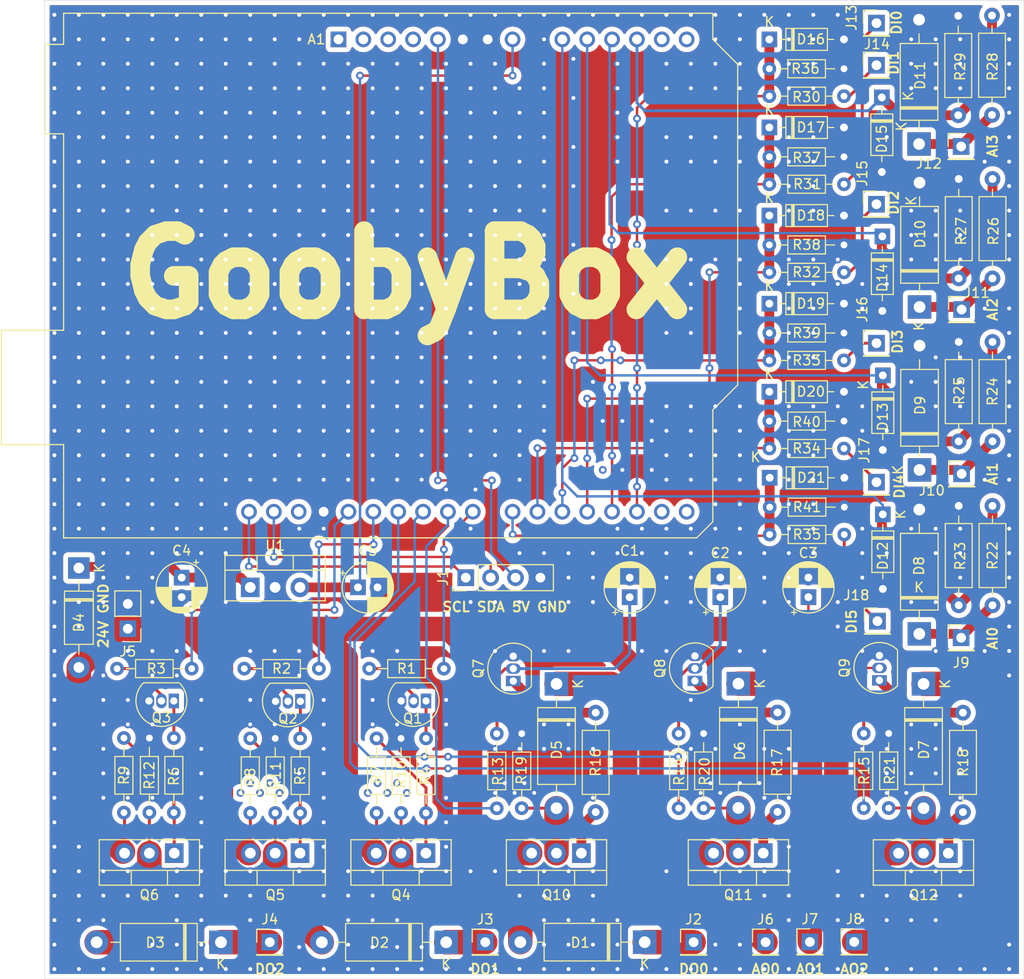
<source format=kicad_pcb>
(kicad_pcb (version 20211014) (generator pcbnew)
  (layers (0 "F.Cu" signal) (31 "B.Cu" signal) (34 "B.Paste" user) (35 "F.Paste" user) (36 "B.SilkS" user "B.Silkscreen") (37 "F.SilkS" user "F.Silkscreen") (38 "B.Mask" user) (39 "F.Mask" user) (44 "Edge.Cuts" user))
  (net 0 "")
  (net 4 "/SCL")
  (net 5 "GND")
  (net 6 "/SDA")
  (net 7 "/D13")
  (net 8 "/A3")
  (net 9 "/D12")
  (net 10 "/A2")
  (net 11 "/D11")
  (net 12 "/A1")
  (net 13 "/D10")
  (net 14 "/A0")
  (net 15 "/D9")
  (net 16 "+12V")
  (net 17 "/D8")
  (net 18 "/DI7")
  (net 19 "/DI6")
  (net 20 "+5V")
  (net 21 "/DI5")
  (net 23 "/DI4")
  (net 25 "/DI3")
  (net 27 "/DI2")
  (net 29 "Net-(C1-Pad1)")
  (net 30 "Net-(C4-Pad1)")
  (net 31 "Net-(D1-Pad2)")
  (net 32 "/DO_0")
  (net 33 "Net-(D2-Pad2)")
  (net 34 "/DO_1")
  (net 35 "Net-(D3-Pad2)")
  (net 36 "/DO_2")
  (net 37 "+24V")
  (net 38 "Net-(D5-Pad2)")
  (net 39 "/AO_0")
  (net 40 "Net-(D6-Pad2)")
  (net 41 "/AO_1")
  (net 42 "Net-(D7-Pad2)")
  (net 43 "/AO_2")
  (net 44 "/AI_0")
  (net 45 "/AI_1")
  (net 46 "/AI_2")
  (net 47 "/AI_3")
  (net 50 "Net-(C2-Pad1)")
  (net 51 "Net-(C3-Pad1)")
  (net 52 "Net-(Q1-Pad1)")
  (net 53 "Net-(Q1-Pad2)")
  (net 54 "Net-(Q2-Pad1)")
  (net 55 "Net-(Q2-Pad2)")
  (net 56 "Net-(Q3-Pad1)")
  (net 57 "Net-(Q3-Pad2)")
  (net 58 "Net-(Q4-Pad1)")
  (net 59 "Net-(Q5-Pad1)")
  (net 60 "/DI_0")
  (net 61 "/DI_1")
  (net 62 "/DI_2")
  (net 63 "/DI_3")
  (net 64 "/DI_4")
  (net 65 "/DI_5")
  (net 66 "Net-(Q6-Pad1)")
  (net 67 "Net-(Q7-Pad1)")
  (net 68 "Net-(Q8-Pad1)")
  (net 69 "Net-(Q9-Pad1)")
  (net 70 "Net-(Q10-Pad1)")
  (net 71 "Net-(Q11-Pad1)")
  (net 72 "Net-(Q12-Pad1)")
  (footprint "Module:Arduino_UNO_R3" (layer "F.Cu") (at 119.01 45.01)
    (fp_text reference "A1")
    (fp_text value "Arduino_UNO_R3")
  )
  (footprint "Capacitor_THT:CP_Radial_D5.0mm_P2.00mm" (layer "F.Cu") (at 148.75 102.01 90)
    (fp_text reference "C1")
    (fp_text value "33uF")
  )
  (footprint "Capacitor_THT:CP_Radial_D5.0mm_P2.00mm" (layer "F.Cu") (at 158 102 90)
    (fp_text reference "C2")
    (fp_text value "33uF")
  )
  (footprint "Capacitor_THT:CP_Radial_D5.0mm_P2.00mm" (layer "F.Cu") (at 167 102 90)
    (fp_text reference "C3")
    (fp_text value "33uF")
  )
  (footprint "Capacitor_THT:CP_Radial_D5.0mm_P2.00mm" (layer "F.Cu") (at 103 100 -90)
    (fp_text reference "C4")
    (fp_text value "0.33uF")
  )
  (footprint "Capacitor_THT:CP_Radial_D5.0mm_P2.00mm" (layer "F.Cu") (at 121 101)
    (fp_text reference "C5")
    (fp_text value "0.1uF")
  )
  (footprint "Diode_THT:D_DO-15_P12.70mm_Horizontal" (layer "F.Cu") (at 150.28 137.25 180)
    (fp_text reference "D1")
    (fp_text value "1N5400K")
  )
  (footprint "Diode_THT:D_DO-15_P12.70mm_Horizontal" (layer "F.Cu") (at 107.01 137.26 180)
    (fp_text reference "D3")
    (fp_text value "1N5400K")
  )
  (footprint "Diode_THT:D_DO-41_SOD81_P10.16mm_Horizontal" (layer "F.Cu") (at 92.5 99.02 -90)
    (fp_text reference "D4")
    (fp_text value "600V 1A")
  )
  (footprint "Diode_THT:D_DO-15_P12.70mm_Horizontal" (layer "F.Cu") (at 141.275 110.86 -90)
    (fp_text reference "D5")
    (fp_text value "1N5400K")
  )
  (footprint "Diode_THT:D_DO-35_SOD27_P7.62mm_Horizontal" (layer "F.Cu") (at 163.01 45.01)
    (fp_text reference "D16")
    (fp_text value "5.2V")
  )
  (footprint "Diode_THT:D_DO-35_SOD27_P7.62mm_Horizontal" (layer "F.Cu") (at 163.01 54.01)
    (fp_text reference "D17")
    (fp_text value "5.2V")
  )
  (footprint "Diode_THT:D_DO-35_SOD27_P7.62mm_Horizontal" (layer "F.Cu") (at 163.01 63.01)
    (fp_text reference "D18")
    (fp_text value "5.2V")
  )
  (footprint "Diode_THT:D_DO-35_SOD27_P7.62mm_Horizontal" (layer "F.Cu") (at 163.01 72.01)
    (fp_text reference "D19")
    (fp_text value "5.2V")
  )
  (footprint "Diode_THT:D_DO-35_SOD27_P7.62mm_Horizontal" (layer "F.Cu") (at 163.01 81.01)
    (fp_text reference "D20")
    (fp_text value "5.2V")
  )
  (footprint "Diode_THT:D_DO-35_SOD27_P7.62mm_Horizontal" (layer "F.Cu") (at 163.05 89.8)
    (fp_text reference "D21")
    (fp_text value "5.2V")
  )
  (footprint "Connector_PinHeader_2.54mm:PinHeader_1x04_P2.54mm_Vertical" (layer "F.Cu") (at 132.01 100.01 90)
    (fp_text reference "J1")
    (fp_text value "LCD 1602 kontakt")
  )
  (footprint "Resistor_THT:R_Axial_DIN0204_L3.6mm_D1.6mm_P7.62mm_Horizontal" (layer "F.Cu") (at 122.15 109.3)
    (fp_text reference "R1")
    (fp_text value "100")
  )
  (footprint "Resistor_THT:R_Axial_DIN0204_L3.6mm_D1.6mm_P7.62mm_Horizontal" (layer "F.Cu") (at 109.39 109.3)
    (fp_text reference "R2")
    (fp_text value "100")
  )
  (footprint "Resistor_THT:R_Axial_DIN0204_L3.6mm_D1.6mm_P7.62mm_Horizontal" (layer "F.Cu") (at 96.4 109.3)
    (fp_text reference "R3")
    (fp_text value "100")
  )
  (footprint "Resistor_THT:R_Axial_DIN0204_L3.6mm_D1.6mm_P7.62mm_Horizontal" (layer "F.Cu") (at 127.95 124.05 90)
    (fp_text reference "R4")
    (fp_text value "100k")
  )
  (footprint "Resistor_THT:R_Axial_DIN0204_L3.6mm_D1.6mm_P7.62mm_Horizontal" (layer "F.Cu") (at 115.1 124.05 90)
    (fp_text reference "R5")
    (fp_text value "100k")
  )
  (footprint "Resistor_THT:R_Axial_DIN0204_L3.6mm_D1.6mm_P7.62mm_Horizontal" (layer "F.Cu") (at 102.2 124.01 90)
    (fp_text reference "R6")
    (fp_text value "100k")
  )
  (footprint "Resistor_THT:R_Axial_DIN0204_L3.6mm_D1.6mm_P7.62mm_Horizontal" (layer "F.Cu") (at 122.9 124.05 90)
    (fp_text reference "R7")
    (fp_text value "100k")
  )
  (footprint "Resistor_THT:R_Axial_DIN0204_L3.6mm_D1.6mm_P7.62mm_Horizontal" (layer "F.Cu") (at 97.1 124.01 90)
    (fp_text reference "R9")
    (fp_text value "100k")
  )
  (footprint "Resistor_THT:R_Axial_DIN0204_L3.6mm_D1.6mm_P7.62mm_Horizontal" (layer "F.Cu") (at 125.4 124.05 90)
    (fp_text reference "R10")
    (fp_text value "100k")
  )
  (footprint "Resistor_THT:R_Axial_DIN0204_L3.6mm_D1.6mm_P7.62mm_Horizontal" (layer "F.Cu") (at 112.55 124.05 90)
    (fp_text reference "R11")
    (fp_text value "100k")
  )
  (footprint "Resistor_THT:R_Axial_DIN0204_L3.6mm_D1.6mm_P7.62mm_Horizontal" (layer "F.Cu") (at 135.175 115.95 -90)
    (fp_text reference "R13")
    (fp_text value "100")
  )
  (footprint "Resistor_THT:R_Axial_DIN0207_L6.3mm_D2.5mm_P10.16mm_Horizontal" (layer "F.Cu") (at 145.275 123.96 90)
    (fp_text reference "R16")
    (fp_text value "1k, 1W")
  )
  (footprint "Resistor_THT:R_Axial_DIN0204_L3.6mm_D1.6mm_P7.62mm_Horizontal" (layer "F.Cu") (at 137.725 123.56 90)
    (fp_text reference "R19")
    (fp_text value "100k")
  )
  (footprint "Resistor_THT:R_Axial_DIN0204_L3.6mm_D1.6mm_P7.62mm_Horizontal" (layer "F.Cu") (at 163.01 50.81)
    (fp_text reference "R30")
    (fp_text value "10k")
  )
  (footprint "Resistor_THT:R_Axial_DIN0204_L3.6mm_D1.6mm_P7.62mm_Horizontal" (layer "F.Cu") (at 163.01 59.81)
    (fp_text reference "R31")
    (fp_text value "10k")
  )
  (footprint "Resistor_THT:R_Axial_DIN0204_L3.6mm_D1.6mm_P7.62mm_Horizontal" (layer "F.Cu") (at 163.01 77.81)
    (fp_text reference "R33")
    (fp_text value "10k")
  )
  (footprint "Resistor_THT:R_Axial_DIN0204_L3.6mm_D1.6mm_P7.62mm_Horizontal" (layer "F.Cu") (at 163.01 86.81)
    (fp_text reference "R34")
    (fp_text value "10k")
  )
  (footprint "Resistor_THT:R_Axial_DIN0204_L3.6mm_D1.6mm_P7.62mm_Horizontal" (layer "F.Cu") (at 163.04 95.6)
    (fp_text reference "R35")
    (fp_text value "10k")
  )
  (footprint "Resistor_THT:R_Axial_DIN0204_L3.6mm_D1.6mm_P7.62mm_Horizontal" (layer "F.Cu") (at 163.01 48.01)
    (fp_text reference "R36")
    (fp_text value "100k")
  )
  (footprint "Resistor_THT:R_Axial_DIN0204_L3.6mm_D1.6mm_P7.62mm_Horizontal" (layer "F.Cu") (at 163.01 57.01)
    (fp_text reference "R37")
    (fp_text value "100k")
  )
  (footprint "Resistor_THT:R_Axial_DIN0204_L3.6mm_D1.6mm_P7.62mm_Horizontal" (layer "F.Cu") (at 163.01 66.01)
    (fp_text reference "R38")
    (fp_text value "100k")
  )
  (footprint "Resistor_THT:R_Axial_DIN0204_L3.6mm_D1.6mm_P7.62mm_Horizontal" (layer "F.Cu") (at 163.01 75.01)
    (fp_text reference "R39")
    (fp_text value "100k")
  )
  (footprint "Resistor_THT:R_Axial_DIN0204_L3.6mm_D1.6mm_P7.62mm_Horizontal" (layer "F.Cu") (at 163.01 84.01)
    (fp_text reference "R40")
    (fp_text value "100k")
  )
  (footprint "Resistor_THT:R_Axial_DIN0204_L3.6mm_D1.6mm_P7.62mm_Horizontal" (layer "F.Cu") (at 163.05 92.8)
    (fp_text reference "R41")
    (fp_text value "100k")
  )
  (footprint "Package_TO_SOT_THT:TO-220-3_Vertical" (layer "F.Cu") (at 110 101)
    (fp_text reference "U1")
    (fp_text value "LM7812_TO220")
  )
  (footprint "Resistor_THT:R_Axial_DIN0204_L3.6mm_D1.6mm_P7.62mm_Horizontal" (layer "F.Cu") (at 110 124.05 90)
    (fp_text reference "R8")
    (fp_text value "100k")
  )
  (footprint "Resistor_THT:R_Axial_DIN0204_L3.6mm_D1.6mm_P7.62mm_Horizontal" (layer "F.Cu") (at 99.7 124.01 90)
    (fp_text reference "R12")
    (fp_text value "100k")
  )
  (footprint "Diode_THT:D_DO-15_P12.70mm_Horizontal" (layer "F.Cu") (at 130.01 137.26 180)
    (fp_text reference "D2")
    (fp_text value "1N5400K")
  )
  (footprint "Diode_THT:D_DO-15_P12.70mm_Horizontal" (layer "F.Cu") (at 178.325 105.75 90)
    (fp_text reference "D8")
    (fp_text value "1N5400K")
  )
  (footprint "Diode_THT:D_DO-15_P12.70mm_Horizontal" (layer "F.Cu") (at 178.35 89 90)
    (fp_text reference "D9")
    (fp_text value "1N5400K")
  )
  (footprint "Diode_THT:D_DO-15_P12.70mm_Horizontal" (layer "F.Cu") (at 178.35 72.35 90)
    (fp_text reference "D10")
    (fp_text value "1N5400K")
  )
  (footprint "Diode_THT:D_DO-15_P12.70mm_Horizontal" (layer "F.Cu") (at 178.3 55.7 90)
    (fp_text reference "D11")
    (fp_text value "1N5400K")
  )
  (footprint "Diode_THT:D_DO-35_SOD27_P7.62mm_Horizontal" (layer "F.Cu") (at 174.6 93.54 -90)
    (fp_text reference "D12")
    (fp_text value "5.2V")
  )
  (footprint "Diode_THT:D_DO-35_SOD27_P7.62mm_Horizontal" (layer "F.Cu") (at 174.6 79.34 -90)
    (fp_text reference "D13")
    (fp_text value "5.2V")
  )
  (footprint "Diode_THT:D_DO-35_SOD27_P7.62mm_Horizontal" (layer "F.Cu") (at 174.55 65.14 -90)
    (fp_text reference "D14")
    (fp_text value "5.2V")
  )
  (footprint "Diode_THT:D_DO-35_SOD27_P7.62mm_Horizontal" (layer "F.Cu") (at 174.5 50.94 -90)
    (fp_text reference "D15")
    (fp_text value "5.2V")
  )
  (footprint "Resistor_THT:R_Axial_DIN0207_L6.3mm_D2.5mm_P10.16mm_Horizontal" (layer "F.Cu") (at 185.8 102.83 90)
    (fp_text reference "R22")
    (fp_text value "1k, 250 mW")
  )
  (footprint "Resistor_THT:R_Axial_DIN0207_L6.3mm_D2.5mm_P10.16mm_Horizontal" (layer "F.Cu") (at 182.35 102.83 90)
    (fp_text reference "R23")
    (fp_text value "1k, 250 mW")
  )
  (footprint "Resistor_THT:R_Axial_DIN0207_L6.3mm_D2.5mm_P10.16mm_Horizontal" (layer "F.Cu") (at 185.8 86.08 90)
    (fp_text reference "R24")
    (fp_text value "1k, 250 mW")
  )
  (footprint "Resistor_THT:R_Axial_DIN0207_L6.3mm_D2.5mm_P10.16mm_Horizontal" (layer "F.Cu") (at 182.35 86.08 90)
    (fp_text reference "R25")
    (fp_text value "1k, 250 mW")
  )
  (footprint "Resistor_THT:R_Axial_DIN0207_L6.3mm_D2.5mm_P10.16mm_Horizontal" (layer "F.Cu") (at 182.3 52.76 90)
    (fp_text reference "R29")
    (fp_text value "1k, 250 mW")
  )
  (footprint "Resistor_THT:R_Axial_DIN0204_L3.6mm_D1.6mm_P7.62mm_Horizontal" (layer "F.Cu") (at 163.01 68.81)
    (fp_text reference "R32")
    (fp_text value "10k")
  )
  (footprint "Resistor_THT:R_Axial_DIN0207_L6.3mm_D2.5mm_P10.16mm_Horizontal" (layer "F.Cu") (at 185.8 69.43 90)
    (fp_text reference "R26")
    (fp_text value "1k, 250 mW")
  )
  (footprint "Resistor_THT:R_Axial_DIN0207_L6.3mm_D2.5mm_P10.16mm_Horizontal" (layer "F.Cu") (at 182.35 69.43 90)
    (fp_text reference "R27")
    (fp_text value "1k, 250 mW")
  )
  (footprint "Resistor_THT:R_Axial_DIN0207_L6.3mm_D2.5mm_P10.16mm_Horizontal" (layer "F.Cu") (at 185.75 52.73 90)
    (fp_text reference "R28")
    (fp_text value "1k, 250 mW")
  )
  (footprint "Connector_PinHeader_2.54mm:PinHeader_1x01_P2.54mm_Vertical" (layer "F.Cu") (at 155.28 137.25)
    (fp_text reference "J2")
    (fp_text value "Anslutning")
  )
  (footprint "Connector_PinHeader_2.54mm:PinHeader_1x01_P2.54mm_Vertical" (layer "F.Cu") (at 134 137.25)
    (fp_text reference "J3")
    (fp_text value "Anslutning")
  )
  (footprint "Connector_PinHeader_2.54mm:PinHeader_1x01_P2.54mm_Vertical" (layer "F.Cu") (at 112 137.25)
    (fp_text reference "J4")
    (fp_text value "Anslutning")
  )
  (footprint "Connector_PinHeader_2.54mm:PinHeader_1x02_P2.54mm_Vertical" (layer "F.Cu") (at 97.5 105.225 180)
    (fp_text reference "J5")
    (fp_text value "Anslutning")
  )
  (footprint "Connector_PinHeader_2.54mm:PinHeader_1x01_P2.54mm_Vertical" (layer "F.Cu") (at 162.625 137.25)
    (fp_text reference "J6")
    (fp_text value "Anslutning")
  )
  (footprint "Connector_PinHeader_2.54mm:PinHeader_1x01_P2.54mm_Vertical" (layer "F.Cu") (at 167.15 137.225)
    (fp_text reference "J7")
    (fp_text value "Anslutning")
  )
  (footprint "Connector_PinHeader_2.54mm:PinHeader_1x01_P2.54mm_Vertical" (layer "F.Cu") (at 171.675 137.225)
    (fp_text reference "J8")
    (fp_text value "Anslutning")
  )
  (footprint "Connector_PinHeader_2.54mm:PinHeader_1x01_P2.54mm_Vertical" (layer "F.Cu") (at 182.6 106.15)
    (fp_text reference "J9")
    (fp_text value "Anslutning")
  )
  (footprint "Connector_PinHeader_2.54mm:PinHeader_1x01_P2.54mm_Vertical" (layer "F.Cu") (at 182.65 89.4)
    (fp_text reference "J10")
    (fp_text value "Anslutning")
  )
  (footprint "Connector_PinHeader_2.54mm:PinHeader_1x01_P2.54mm_Vertical" (layer "F.Cu") (at 182.65 72.61)
    (fp_text reference "J11")
    (fp_text value "Anslutning")
  )
  (footprint "Connector_PinHeader_2.54mm:PinHeader_1x01_P2.54mm_Vertical" (layer "F.Cu") (at 182.6 55.95)
    (fp_text reference "J12")
    (fp_text value "Anslutning")
  )
  (footprint "Connector_PinHeader_2.54mm:PinHeader_1x01_P2.54mm_Vertical" (layer "F.Cu") (at 173.95 43.35)
    (fp_text reference "J13")
    (fp_text value "Anslutning")
  )
  (footprint "Connector_PinHeader_2.54mm:PinHeader_1x01_P2.54mm_Vertical" (layer "F.Cu") (at 173.95 47.65)
    (fp_text reference "J14")
    (fp_text value "Anslutning")
  )
  (footprint "Connector_PinHeader_2.54mm:PinHeader_1x01_P2.54mm_Vertical" (layer "F.Cu") (at 173.95 61.85)
    (fp_text reference "J15")
    (fp_text value "Anslutning")
  )
  (footprint "Connector_PinHeader_2.54mm:PinHeader_1x01_P2.54mm_Vertical" (layer "F.Cu") (at 173.95 76.05)
    (fp_text reference "J16")
    (fp_text value "Anslutning")
  )
  (footprint "Connector_PinHeader_2.54mm:PinHeader_1x01_P2.54mm_Vertical" (layer "F.Cu") (at 173.95 90.25)
    (fp_text reference "J17")
    (fp_text value "Anslutning")
  )
  (footprint "Connector_PinHeader_2.54mm:PinHeader_1x01_P2.54mm_Vertical" (layer "F.Cu") (at 174.05 104.45)
    (fp_text reference "J18")
    (fp_text value "Anslutning")
  )
  (footprint "Package_TO_SOT_THT:TO-220-3_Vertical" (layer "F.Cu") (at 102.24 128.155 180)
    (fp_text reference "Q6")
    (fp_text value "IRF9630")
  )
  (footprint "Package_TO_SOT_THT:TO-92_Inline" (layer "F.Cu") (at 127.95 112.6 180)
    (fp_text reference "Q1")
    (fp_text value "2N2222")
  )
  (footprint "Diode_THT:D_DO-15_P12.70mm_Horizontal" (layer "F.Cu") (at 159.85 110.84 -90)
    (fp_text reference "D6")
    (fp_text value "1N5400K")
  )
  (footprint "Package_TO_SOT_THT:TO-92_Inline" (layer "F.Cu") (at 115.12 112.64 180)
    (fp_text reference "Q2")
    (fp_text value "2N2222")
  )
  (footprint "Resistor_THT:R_Axial_DIN0204_L3.6mm_D1.6mm_P7.62mm_Horizontal" (layer "F.Cu") (at 153.75 115.94 -90)
    (fp_text reference "R14")
    (fp_text value "100")
  )
  (footprint "Package_TO_SOT_THT:TO-220-3_Vertical" (layer "F.Cu") (at 162.39 128.155 180)
    (fp_text reference "Q11")
    (fp_text value "MJE29555T")
  )
  (footprint "Package_TO_SOT_THT:TO-92_Inline" (layer "F.Cu") (at 155.41 110.545 90)
    (fp_text reference "Q8")
    (fp_text value "2N2222")
  )
  (footprint "Package_TO_SOT_THT:TO-92_Inline" (layer "F.Cu") (at 174.25 110.5 90)
    (fp_text reference "Q9")
    (fp_text value "2N2222")
  )
  (footprint "Package_TO_SOT_THT:TO-220-3_Vertical" (layer "F.Cu") (at 127.94 128.155 180)
    (fp_text reference "Q4")
    (fp_text value "IRF9630")
  )
  (footprint "Package_TO_SOT_THT:TO-220-3_Vertical" (layer "F.Cu") (at 181.29 128.16 180)
    (fp_text reference "Q12")
    (fp_text value "MJE29555T")
  )
  (footprint "Package_TO_SOT_THT:TO-92_Inline" (layer "F.Cu") (at 136.86 110.57 90)
    (fp_text reference "Q7")
    (fp_text value "2N2222")
  )
  (footprint "Resistor_THT:R_Axial_DIN0204_L3.6mm_D1.6mm_P7.62mm_Horizontal" (layer "F.Cu") (at 175.2 123.545 90)
    (fp_text reference "R21")
    (fp_text value "100k")
  )
  (footprint "Package_TO_SOT_THT:TO-220-3_Vertical" (layer "F.Cu") (at 143.815 128.155 180)
    (fp_text reference "Q10")
    (fp_text value "MJE29555T")
  )
  (footprint "Resistor_THT:R_Axial_DIN0207_L6.3mm_D2.5mm_P10.16mm_Horizontal" (layer "F.Cu") (at 163.85 123.94 90)
    (fp_text reference "R17")
    (fp_text value "1k, 1W")
  )
  (footprint "Resistor_THT:R_Axial_DIN0204_L3.6mm_D1.6mm_P7.62mm_Horizontal" (layer "F.Cu") (at 156.3 123.55 90)
    (fp_text reference "R20")
    (fp_text value "100k")
  )
  (footprint "Package_TO_SOT_THT:TO-220-3_Vertical" (layer "F.Cu") (at 115.09 128.155 180)
    (fp_text reference "Q5")
    (fp_text value "IRF9630")
  )
  (footprint "Resistor_THT:R_Axial_DIN0204_L3.6mm_D1.6mm_P7.62mm_Horizontal" (layer "F.Cu") (at 172.65 115.925 -90)
    (fp_text reference "R15")
    (fp_text value "100")
  )
  (footprint "Resistor_THT:R_Axial_DIN0207_L6.3mm_D2.5mm_P10.16mm_Horizontal" (layer "F.Cu") (at 182.785 123.96 90)
    (fp_text reference "R18")
    (fp_text value "1k, 1W")
  )
  (footprint "Package_TO_SOT_THT:TO-92_Inline" (layer "F.Cu") (at 102.2 112.6 180)
    (fp_text reference "Q3")
    (fp_text value "2N2222")
  )
  (footprint "Diode_THT:D_DO-15_P12.70mm_Horizontal" (layer "F.Cu") (at 178.76 110.86 -90)
    (fp_text reference "D7")
    (fp_text value "1N5400K")
  )
  (gr_line (start 189.01 141.01) (end 89.01 141.01) (layer "Edge.Cuts") (width 0.05))
  (gr_line (start 189.01 41.01) (end 189.01 141.01) (layer "Edge.Cuts") (width 0.05))
  (gr_line (start 89.01 41.01) (end 189.01 41.01) (layer "Edge.Cuts") (width 0.05))
  (gr_line (start 89.01 141.01) (end 89.01 41.01) (layer "Edge.Cuts") (width 0.05))
  (gr_text "24V GND" (at 95 103.9 90) (layer "F.SilkS") (effects (font (size 1 1) (thickness 0.2))))
  (gr_text "AI2" (at 185.8 72.6 90) (layer "F.SilkS") (effects (font (size 1 1) (thickness 0.2))))
  (gr_text "DO1" (at 134 140) (layer "F.SilkS") (effects (font (size 1 1) (thickness 0.2))))
  (gr_text "AI0" (at 185.8 106.2 90) (layer "F.SilkS") (effects (font (size 1 1) (thickness 0.2))))
  (gr_text "DO0" (at 155.3 140) (layer "F.SilkS") (effects (font (size 1 1) (thickness 0.2))))
  (gr_text "AO0" (at 162.65 140) (layer "F.SilkS") (effects (font (size 1 1) (thickness 0.2))))
  (gr_text "AO1" (at 167.175 140) (layer "F.SilkS") (effects (font (size 1 1) (thickness 0.2))))
  (gr_text "DI0" (at 176 43.3 90) (layer "F.SilkS") (effects (font (size 1 1) (thickness 0.2))))
  (gr_text "AI1" (at 185.8 89.4 90) (layer "F.SilkS") (effects (font (size 1 1) (thickness 0.2))))
  (gr_text "AO2" (at 171.7 140) (layer "F.SilkS") (effects (font (size 1 1) (thickness 0.2))))
  (gr_text "AI3" (at 185.8 55.9 90) (layer "F.SilkS") (effects (font (size 1 1) (thickness 0.2))))
  (gr_text "DI5" (at 171.4 104.5 90) (layer "F.SilkS") (effects (font (size 1 1) (thickness 0.2))))
  (gr_text "GoobyBox" (at 126 69) (layer "F.SilkS") (effects (font (size 8 8) (thickness 2))))
  (gr_text "DI1" (at 175.7 47.4 90) (layer "F.SilkS") (effects (font (size 1 1) (thickness 0.2))))
  (gr_text "DI4" (at 176.3 90.7 90) (layer "F.SilkS") (effects (font (size 1 1) (thickness 0.2))))
  (gr_text "DI3" (at 176.1 75.9 90) (layer "F.SilkS") (effects (font (size 1 1) (thickness 0.2))))
  (gr_text "DI2" (at 175.7 61.7 90) (layer "F.SilkS") (effects (font (size 1 1) (thickness 0.2))))
  (gr_text "SCL SDA 5V GND" (at 136 103) (layer "F.SilkS") (effects (font (size 1 1) (thickness 0.2))))
  (gr_text "DO2" (at 112 140) (layer "F.SilkS") (effects (font (size 1 1) (thickness 0.2))))
  (via (at 146 89) (size 0.8) (drill 0.4) (layers "F.Cu" "B.Cu") (net 0))
  (via (at 125 121) (size 0.8) (drill 0.4) (layers "F.Cu" "B.Cu") (net 0))
  (via (at 110 121) (size 0.8) (drill 0.4) (layers "F.Cu" "B.Cu") (net 0))
  (via (at 123 121) (size 0.8) (drill 0.4) (layers "F.Cu" "B.Cu") (net 0))
  (via (at 126 122) (size 0.8) (drill 0.4) (layers "F.Cu" "B.Cu") (net 0))
  (via (at 111 122) (size 0.8) (drill 0.4) (layers "F.Cu" "B.Cu") (net 0))
  (via (at 109 122) (size 0.8) (drill 0.4) (layers "F.Cu" "B.Cu") (net 0))
  (via (at 122 122) (size 0.8) (drill 0.4) (layers "F.Cu" "B.Cu") (net 0))
  (via (at 113 122) (size 0.8) (drill 0.4) (layers "F.Cu" "B.Cu") (net 0))
  (via (at 124 122) (size 0.8) (drill 0.4) (layers "F.Cu" "B.Cu") (net 0))
  (via (at 112 121) (size 0.8) (drill 0.4) (layers "F.Cu" "B.Cu") (net 0))
  (segment (start 109.87 98.87) (end 130.87 98.87) (width 0.25) (layer "F.Cu") (net 4))
  (segment (start 130.87 98.87) (end 132.01 100.01) (width 0.25) (layer "F.Cu") (net 4))
  (via (at 109.87 98.87) (size 0.8) (drill 0.4) (layers "F.Cu" "B.Cu") (net 4))
  (segment (start 109.87 93.27) (end 109.87 98.87) (width 0.25) (layer "B.Cu") (net 4))
  (via (at 122.5 140) (size 0.8) (drill 0.4) (layers "F.Cu" "B.Cu") (net 5))
  (via (at 187.5 42.5) (size 0.8) (drill 0.4) (layers "F.Cu" "B.Cu") (net 5))
  (via (at 165 95) (size 0.8) (drill 0.4) (layers "F.Cu" "B.Cu") (net 5))
  (via (at 142.5 42.5) (size 0.8) (drill 0.4) (layers "F.Cu" "B.Cu") (net 5))
  (via (at 97.5 107.5) (size 0.8) (drill 0.4) (layers "F.Cu" "B.Cu") (net 5))
  (via (at 90 92.5) (size 0.8) (drill 0.4) (layers "F.Cu" "B.Cu") (net 5))
  (via (at 100 77.5) (size 0.8) (drill 0.4) (layers "F.Cu" "B.Cu") (net 5))
  (via (at 95 140) (size 0.8) (drill 0.4) (layers "F.Cu" "B.Cu") (net 5))
  (via (at 152.5 57.5) (size 0.8) (drill 0.4) (layers "F.Cu" "B.Cu") (net 5))
  (via (at 187.5 110) (size 0.8) (drill 0.4) (layers "F.Cu" "B.Cu") (net 5))
  (via (at 90 107.5) (size 0.8) (drill 0.4) (layers "F.Cu" "B.Cu") (net 5))
  (via (at 107.5 87.5) (size 0.8) (drill 0.4) (layers "F.Cu" "B.Cu") (net 5))
  (via (at 90 82.5) (size 0.8) (drill 0.4) (layers "F.Cu" "B.Cu") (net 5))
  (via (at 148 89) (size 0.8) (drill 0.4) (layers "F.Cu" "B.Cu") (net 5))
  (via (at 90 102.5) (size 0.8) (drill 0.4) (layers "F.Cu" "B.Cu") (net 5))
  (via (at 117.5 67.5) (size 0.8) (drill 0.4) (layers "F.Cu" "B.Cu") (net 5))
  (via (at 160 100) (size 0.8) (drill 0.4) (layers "F.Cu" "B.Cu") (net 5))
  (via (at 170 105) (size 0.8) (drill 0.4) (layers "F.Cu" "B.Cu") (net 5))
  (via (at 90 62.5) (size 0.8) (drill 0.4) (layers "F.Cu" "B.Cu") (net 5))
  (via (at 170 102.5) (size 0.8) (drill 0.4) (layers "F.Cu" "B.Cu") (net 5))
  (via (at 143 75) (size 0.8) (drill 0.4) (layers "F.Cu" "B.Cu") (net 5))
  (via (at 110 77.5) (size 0.8) (drill 0.4) (layers "F.Cu" "B.Cu") (net 5))
  (via (at 122.5 77.5) (size 0.8) (drill 0.4) (layers "F.Cu" "B.Cu") (net 5))
  (via (at 110 82.5) (size 0.8) (drill 0.4) (layers "F.Cu" "B.Cu") (net 5))
  (via (at 175 85) (size 0.8) (drill 0.4) (layers "F.Cu" "B.Cu") (net 5))
  (via (at 122.5 47.5) (size 0.8) (drill 0.4) (layers "F.Cu" "B.Cu") (net 5))
  (via (at 122.5 137.75) (size 0.8) (drill 0.4) (layers "F.Cu" "B.Cu") (net 5))
  (via (at 125 52.5) (size 0.8) (drill 0.4) (layers "F.Cu" "B.Cu") (net 5))
  (via (at 115 52.5) (size 0.8) (drill 0.4) (layers "F.Cu" "B.Cu") (net 5))
  (via (at 140 65) (size 0.8) (drill 0.4) (layers "F.Cu" "B.Cu") (net 5))
  (via (at 97.5 60) (size 0.8) (drill 0.4) (layers "F.Cu" "B.Cu") (net 5))
  (via (at 145 100) (size 0.8) (drill 0.4) (layers "F.Cu" "B.Cu") (net 5))
  (via (at 140 130) (size 0.8) (drill 0.4) (layers "F.Cu" "B.Cu") (net 5))
  (via (at 160 95) (size 0.8) (drill 0.4) (layers "F.Cu" "B.Cu") (net 5))
  (via (at 152.5 50) (size 0.8) (drill 0.4) (layers "F.Cu" "B.Cu") (net 5))
  (via (at 105 127.5) (size 0.8) (drill 0.4) (layers "F.Cu" "B.Cu") (net 5))
  (via (at 130 57.5) (size 0.8) (drill 0.4) (layers "F.Cu" "B.Cu") (net 5))
  (via (at 187.5 45) (size 0.8) (drill 0.4) (layers "F.Cu" "B.Cu") (net 5))
  (via (at 102.5 110) (size 0.8) (drill 0.4) (layers "F.Cu" "B.Cu") (net 5))
  (via (at 167.5 87.5) (size 0.8) (drill 0.4) (layers "F.Cu" "B.Cu") (net 5))
  (via (at 90 122.5) (size 0.8) (drill 0.4) (layers "F.Cu" "B.Cu") (net 5))
  (via (at 100 82.5) (size 0.8) (drill 0.4) (layers "F.Cu" "B.Cu") (net 5))
  (via (at 92.5 92.5) (size 0.8) (drill 0.4) (layers "F.Cu" "B.Cu") (net 5))
  (via (at 95 112.5) (size 0.8) (drill 0.4) (layers "F.Cu" "B.Cu") (net 5))
  (via (at 185 107.5) (size 0.8) (drill 0.4) (layers "F.Cu" "B.Cu") (net 5))
  (via (at 117.5 122.5) (size 0.8) (drill 0.4) (layers "F.Cu" "B.Cu") (net 5))
  (via (at 102.5 120) (size 0.8) (drill 0.4) (layers "F.Cu" "B.Cu") (net 5))
  (via (at 140 72.5) (size 0.8) (drill 0.4) (layers "F.Cu" "B.Cu") (net 5))
  (via (at 180 65) (size 0.8) (drill 0.4) (layers "F.Cu" "B.Cu") (net 5))
  (via (at 117.5 80) (size 0.8) (drill 0.4) (layers "F.Cu" "B.Cu") (net 5))
  (via (at 107.5 57.5) (size 0.8) (drill 0.4) (layers "F.Cu" "B.Cu") (net 5))
  (via (at 102.5 42.5) (size 0.8) (drill 0.4) (layers "F.Cu" "B.Cu") (net 5))
  (via (at 167.5 92.5) (size 0.8) (drill 0.4) (layers "F.Cu" "B.Cu") (net 5))
  (via (at 175 97.5) (size 0.8) (drill 0.4) (layers "F.Cu" "B.Cu") (net 5))
  (via (at 155 140) (size 0.8) (drill 0.4) (layers "F.Cu" "B.Cu") (net 5))
  (via (at 105 87.5) (size 0.8) (drill 0.4) (layers "F.Cu" "B.Cu") (net 5))
  (via (at 100 75) (size 0.8) (drill 0.4) (layers "F.Cu" "B.Cu") (net 5))
  (via (at 117.5 65) (size 0.8) (drill 0.4) (layers "F.Cu" "B.Cu") (net 5))
  (via (at 132.5 130) (size 0.8) (drill 0.4) (layers "F.Cu" "B.Cu") (net 5))
  (via (at 125 140) (size 0.8) (drill 0.4) (layers "F.Cu" "B.Cu") (net 5))
  (via (at 132.5 55) (size 0.8) (drill 0.4) (layers "F.Cu" "B.Cu") (net 5))
  (via (at 130 140) (size 0.8) (drill 0.4) (layers "F.Cu" "B.Cu") (net 5))
  (via (at 152.5 47.5) (size 0.8) (drill 0.4) (layers "F.Cu" "B.Cu") (net 5))
  (via (at 180 132.5) (size 0.8) (drill 0.4) (layers "F.Cu" "B.Cu") (net 5))
  (via (at 107.5 62.5) (size 0.8) (drill 0.4) (layers "F.Cu" "B.Cu") (net 5))
  (via (at 97.5 120) (size 0.8) (drill 0.4) (layers "F.Cu" "B.Cu") (net 5))
  (via (at 167.5 57.5) (size 0.8) (drill 0.4) (layers "F.Cu" "B.Cu") (net 5))
  (via (at 140 137.5) (size 0.8) (drill 0.4) (layers "F.Cu" "B.Cu") (net 5))
  (via (at 102.5 87.5) (size 0.8) (drill 0.4) (layers "F.Cu" "B.Cu") (net 5))
  (via (at 90 120) (size 0.8) (drill 0.4) (layers "F.Cu" "B.Cu") (net 5))
  (via (at 172.5 70) (size 0.8) (drill 0.4) (layers "F.Cu" "B.Cu") (net 5))
  (via (at 175 122) (size 0.8) (drill 0.4) (layers "F.Cu" "B.Cu") (net 5))
  (via (at 92.5 102.5) (size 0.8) (drill 0.4) (layers "F.Cu" "B.Cu") (net 5))
  (via (at 180 102.5) (size 0.8) (drill 0.4) (layers "F.Cu" "B.Cu") (net 5))
  (via (at 157.5 140) (size 0.8) (drill 0.4) (layers "F.Cu" "B.Cu") (net 5))
  (via (at 117.5 72.5) (size 0.8) (drill 0.4) (layers "F.Cu" "B.Cu") (net 5))
  (via (at 120 57.5) (size 0.8) (drill 0.4) (layers "F.Cu" "B.Cu") (net 5))
  (via (at 147.5 42.5) (size 0.8) (drill 0.4) (layers "F.Cu" "B.Cu") (net 5))
  (via (at 157.5 95) (size 0.8) (drill 0.4) (layers "F.Cu" "B.Cu") (net 5))
  (via (at 117.5 85) (size 0.8) (drill 0.4) (layers "F.Cu" "B.Cu") (net 5))
  (via (at 127.5 65) (size 0.8) (drill 0.4) (layers "F.Cu" "B.Cu") (net 5))
  (via (at 95 60) (size 0.8) (drill 0.4) (layers "F.Cu" "B.Cu") (net 5))
  (via (at 187.5 105) (size 0.8) (drill 0.4) (layers "F.Cu" "B.Cu") (net 5))
  (via (at 95 117.5) (size 0.8) (drill 0.4) (layers "F.Cu" "B.Cu") (net 5))
  (via (at 165 117.5) (size 0.8) (drill 0.4) (layers "F.Cu" "B.Cu") (net 5))
  (via (at 117.5 82.5) (size 0.8) (drill 0.4) (layers "F.Cu" "B.Cu") (net 5))
  (via (at 143 47) (size 0.8) (drill 0.4) (layers "F.Cu" "B.Cu") (net 5))
  (via (at 137.5 87.5) (size 0.8) (drill 0.4) (layers "F.Cu" "B.Cu") (net 5))
  (via (at 130 127.5) (size 0.8) (drill 0.4) (layers "F.Cu" "B.Cu") (net 5))
  (via (at 92.5 140) (size 0.8) (drill 0.4) (layers "F.Cu" "B.Cu") (net 5))
  (via (at 92.5 72.5) (size 0.8) (drill 0.4) (layers "F.Cu" "B.Cu") (net 5))
  (via (at 125 42.5) (size 0.8) (drill 0.4) (layers "F.Cu" "B.Cu") (net 5))
  (via (at 165 47.5) (size 0.8) (drill 0.4) (layers "F.Cu" "B.Cu") (net 5))
  (via (at 127.5 140) (size 0.8) (drill 0.4) (layers "F.Cu" "B.Cu") (net 5))
  (via (at 162 121) (size 0.8) (drill 0.4) (layers "F.Cu" "B.Cu") (net 5))
  (via (at 115 82.5) (size 0.8) (drill 0.4) (layers "F.Cu" "B.Cu") (net 5))
  (via (at 105 47.5) (size 0.8) (drill 0.4) (layers "F.Cu" "B.Cu") (net 5))
  (via (at 112.5 65) (size 0.8) (drill 0.4) (layers "F.Cu" "B.Cu") (net 5))
  (via (at 130 50) (size 0.8) (drill 0.4) (layers "F.Cu" "B.Cu") (net 5))
  (via (at 125 65) (size 0.8) (drill 0.4) (layers "F.Cu" "B.Cu") (net 5))
  (via (at 187.5 65) (size 0.8) (drill 0.4) (layers "F.Cu" "B.Cu") (net 5))
  (via (at 143 71) (size 0.8) (drill 0.4) (layers "F.Cu" "B.Cu") (net 5))
  (via (at 137.5 77.5) (size 0.8) (drill 0.4) (layers "F.Cu" "B.Cu") (net 5))
  (via (at 97.5 67.5) (size 0.8) (drill 0.4) (layers "F.Cu" "B.Cu") (net 5))
  (via (at 130 65) (size 0.8) (drill 0.4) (layers "F.Cu" "B.Cu") (net 5))
  (via (at 182.5 117.5) (size 0.8) (drill 0.4) (layers "F.Cu" "B.Cu") (net 5))
  (via (at 170 67.5) (size 0.8) (drill 0.4) (layers "F.Cu" "B.Cu") (net 5))
  (via (at 162.5 102.5) (size 0.8) (drill 0.4) (layers "F.Cu" "B.Cu") (net 5))
  (via (at 160 50) (size 0.8) (drill 0.4) (layers "F.Cu" "B.Cu") (net 5))
  (via (at 117.5 87.5) (size 0.8) (drill 0.4) (layers "F.Cu" "B.Cu") (net 5))
  (via (at 95 122.5) (size 0.8) (drill 0.4) (layers "F.Cu" "B.Cu") (net 5))
  (via (at 107.5 65) (size 0.8) (drill 0.4) (layers "F.Cu" "B.Cu") (net 5))
  (via (at 145 132.5) (size 0.8) (drill 0.4) (layers "F.Cu" "B.Cu") (net 5))
  (via (at 160 67.5) (size 0.8) (drill 0.4) (layers "F.Cu" "B.Cu") (net 5))
  (via (at 90 105) (size 0.8) (drill 0.4) (layers "F.Cu" "B.Cu") (net 5))
  (via (at 115 85) (size 0.8) (drill 0.4) (layers "F.Cu" "B.Cu") (net 5))
  (via (at 177.5 130) (size 0.8) (drill 0.4) (layers "F.Cu" "B.Cu") (net 5))
  (via (at 157 121) (size 0.8) (drill 0.4) (layers "F.Cu" "B.Cu") (net 5))
  (via (at 125 82.5) (size 0.8) (drill 0.4) (layers "F.Cu" "B.Cu") (net 5))
  (via (at 95 72.5) (size 0.8) (drill 0.4) (layers "F.Cu" "B.Cu") (net 5))
  (via (at 115 42.5) (size 0.8) (drill 0.4) (layers "F.Cu" "B.Cu") (net 5))
  (via (at 155 75) (size 0.8) (drill 0.4) (layers "F.Cu" "B.Cu") (net 5))
  (via (at 165 72.5) (size 0.8) (drill 0.4) (layers "F.Cu" "B.Cu") (net 5))
  (via (at 102.5 52.5) (size 0.8) (drill 0.4) (layers "F.Cu" "B.Cu") (net 5))
  (via (at 152.5 67.5) (size 0.8) (drill 0.4) (layers "F.Cu" "B.Cu") (net 5))
  (via (at 125 75) (size 0.8) (drill 0.4) (layers "F.Cu" "B.Cu") (net 5))
  (via (at 90 47.5) (size 0.8) (drill 0.4) (layers "F.Cu" "B.Cu") (net 5))
  (via (at 115 67.5) (size 0.8) (drill 0.4) (layers "F.Cu" "B.Cu") (net 5))
  (via (at 155 55) (size 0.8) (drill 0.4) (layers "F.Cu" "B.Cu") (net 5))
  (via (at 140 42.5) (size 0.8) (drill 0.4) (layers "F.Cu" "B.Cu") (net 5))
  (via (at 135 82.5) (size 0.8) (drill 0.4) (layers "F.Cu" "B.Cu") (net 5))
  (via (at 122.5 67.5) (size 0.8) (drill 0.4) (layers "F.Cu" "B.Cu") (net 5))
  (via (at 110 80) (size 0.8) (drill 0.4) (layers "F.Cu" "B.Cu") (net 5))
  (via (at 175 135) (size 0.8) (drill 0.4) (layers "F.Cu" "B.Cu") (net 5))
  (via (at 157.5 50) (size 0.8) (drill 0.4) (layers "F.Cu" "B.Cu") (net 5))
  (via (at 157.5 97.5) (size 0.8) (drill 0.4) (layers "F.Cu" "B.Cu") (net 5))
  (via (at 182.5 95) (size 0.8) (drill 0.4) (layers "F.Cu" "B.Cu") (net 5))
  (via (at 105 62.5) (size 0.8) (drill 0.4) (layers "F.Cu" "B.Cu") (net 5))
  (via (at 125 72.5) (size 0.8) (drill 0.4) (layers "F.Cu" "B.Cu") (net 5))
  (via (at 95 65) (size 0.8) (drill 0.4) (layers "F.Cu" "B.Cu") (net 5))
  (via (at 90 100) (size 0.8) (drill 0.4) (layers "F.Cu" "B.Cu") (net 5))
  (via (at 117.5 112.5) (size 0.8) (drill 0.4) (layers "F.Cu" "B.Cu") (net 5))
  (via (at 115 57.5) (size 0.8) (drill 0.4) (layers "F.Cu" "B.Cu") (net 5))
  (via (at 187.5 95) (size 0.8) (drill 0.4) (layers "F.Cu" "B.Cu") (net 5))
  (via (at 110 60) (size 0.8) (drill 0.4) (layers "F.Cu" "B.Cu") (net 5))
  (via (at 160 45) (size 0.8) (drill 0.4) (layers "F.Cu" "B.Cu") (net 5))
  (via (at 105 52.5) (size 0.8) (drill 0.4) (layers "F.Cu" "B.Cu") (net 5))
  (via (at 127.5 67.5) (size 0.8) (drill 0.4) (layers "F.Cu" "B.Cu") (net 5))
  (via (at 117.5 140) (size 0.8) (drill 0.4) (layers "F.Cu" "B.Cu") (net 5))
  (via (at 105 137.5) (size 0.8) (drill 0.4) (layers "F.Cu" "B.Cu") (net 5))
  (via (at 140 140) (size 0.8) (drill 0.4) (layers "F.Cu" "B.Cu") (net 5))
  (via (at 120 137.5) (size 0.8) (drill 0.4) (layers "F.Cu" "B.Cu") (net 5))
  (via (at 160 82.5) (size 0.8) (drill 0.4) (layers "F.Cu" "B.Cu") (net 5))
  (via (at 110 47.5) (size 0.8) (drill 0.4) (layers "F.Cu" "B.Cu") (net 5))
  (via (at 100 55) (size 0.8) (drill 0.4) (layers "F.Cu" "B.Cu") (net 5))
  (via (at 187.5 57.5) (size 0.8) (drill 0.4) (layers "F.Cu" "B.Cu") (net 5))
  (via (at 107.5 92.5) (size 0.8) (drill 0.4) (layers "F.Cu" "B.Cu") (net 5))
  (via (at 165 122.5) (size 0.8) (drill 0.4) (layers "F.Cu" "B.Cu") (net 5))
  (via (at 117.5 55) (size 0.8) (drill 0.4) (layers "F.Cu" "B.Cu") (net 5))
  (via (at 165 87.5) (size 0.8) (drill 0.4) (layers "F.Cu" "B.Cu") (net 5))
  (via (at 90 90) (size 0.8) (drill 0.4) (layers "F.Cu" "B.Cu") (net 5))
  (via (at 182.5 47.5) (size 0.8) (drill 0.4) (layers "F.Cu" "B.Cu") (net 5))
  (via (at 160 130) (size 0.8) (drill 0.4) (layers "F.Cu" "B.Cu") (net 5))
  (via (at 155 85) (size 0.8) (drill 0.4) (layers "F.Cu" "B.Cu") (net 5))
  (via (at 127.5 77.5) (size 0.8) (drill 0.4) (layers "F.Cu" "B.Cu") (net 5))
  (via (at 97.5 97.5) (size 0.8) (drill 0.4) (layers "F.Cu" "B.Cu") (net 5))
  (via (at 187.5 85) (size 0.8) (drill 0.4) (layers "F.Cu" "B.Cu") (net 5))
  (via (at 105 60) (size 0.8) (drill 0.4) (layers "F.Cu" "B.Cu") (net 5))
  (via (at 90 52.5) (size 0.8) (drill 0.4) (layers "F.Cu" "B.Cu") (net 5))
  (via (at 100 72.5) (size 0.8) (drill 0.4) (layers "F.Cu" "B.Cu") (net 5))
  (via (at 117.5 115) (size 0.8) (drill 0.4) (layers "F.Cu" "B.Cu") (net 5))
  (via (at 165 82.5) (size 0.8) (drill 0.4) (layers "F.Cu" "B.Cu") (net 5))
  (via (at 100 42.5) (size 0.8) (drill 0.4) (layers "F.Cu" "B.Cu") (net 5))
  (via (at 155 97.5) (size 0.8) (drill 0.4) (layers "F.Cu" "B.Cu") (net 5))
  (via (at 102.5 60) (size 0.8) (drill 0.4) (layers "F.Cu" "B.Cu") (net 5))
  (via (at 165 57.5) (size 0.8) (drill 0.4) (layers "F.Cu" "B.Cu") (net 5))
  (via (at 92.5 127.5) (size 0.8) (drill 0.4) (layers "F.Cu" "B.Cu") (net 5))
  (via (at 97.5 52.5) (size 0.8) (drill 0.4) (layers "F.Cu" "B.Cu") (net 5))
  (via (at 97.5 140) (size 0.8) (drill 0.4) (layers "F.Cu" "B.Cu") (net 5))
  (via (at 115 80) (size 0.8) (drill 0.4) (layers "F.Cu" "B.Cu") (net 5))
  (via (at 152.5 130) (size 0.8) (drill 0.4) (layers "F.Cu" "B.Cu") (net 5))
  (via (at 157.5 82.5) (size 0.8) (drill 0.4) (layers "F.Cu" "B.Cu") (net 5))
  (via (at 162.5 130) (size 0.8) (drill 0.4) (layers "F.Cu" "B.Cu") (net 5))
  (via (at 155 57.5) (size 0.8) (drill 0.4) (layers "F.Cu" "B.Cu") (net 5))
  (via (at 97.5 115) (size 0.8) (drill 0.4) (layers "F.Cu" "B.Cu") (net 5))
  (via (at 132.5 87.5) (size 0.8) (drill 0.4) (layers "F.Cu" "B.Cu") (net 5))
  (via (at 130 85) (size 0.8) (drill 0.4) (layers "F.Cu" "B.Cu") (net 5))
  (via (at 117.5 90) (size 0.8) (drill 0.4) (layers "F.Cu" "B.Cu") (net 5))
  (via (at 102.5 65) (size 0.8) (drill 0.4) (layers "F.Cu" "B.Cu") (net 5))
  (via (at 112.5 90) (size 0.8) (drill 0.4) (layers "F.Cu" "B.Cu") (net 5))
  (via (at 97.5 72.5) (size 0.8) (drill 0.4) (layers "F.Cu" "B.Cu") (net 5))
  (via (at 137.5 57.5) (size 0.8) (drill 0.4) (layers "F.Cu" "B.Cu") (net 5))
  (via (at 187.5 62.5) (size 0.8) (drill 0.4) (layers "F.Cu" "B.Cu") (net 5))
  (via (at 175 117.5) (size 0.8) (drill 0.4) (layers "F.Cu" "B.Cu") (net 5))
  (via (at 132.5 60) (size 0.8) (drill 0.4) (layers "F.Cu" "B.Cu") (net 5))
  (via (at 180 67.5) (size 0.8) (drill 0.4) (layers "F.Cu" "B.Cu") (net 5))
  (via (at 105 65) (size 0.8) (drill 0.4) (layers "F.Cu" "B.Cu") (net 5))
  (via (at 125 107.5) (size 0.8) (drill 0.4) (layers "F.Cu" "B.Cu") (net 5))
  (via (at 122.5 75) (size 0.8) (drill 0.4) (layers "F.Cu" "B.Cu") (net 5))
  (via (at 177.5 45) (size 0.8) (drill 0.4) (layers "F.Cu" "B.Cu") (net 5))
  (via (at 165 97.5) (size 0.8) (drill 0.4) (layers "F.Cu" "B.Cu") (net 5))
  (via (at 110 52.5) (size 0.8) (drill 0.4) (layers "F.Cu" "B.Cu") (net 5))
  (via (at 142.5 102.5) (size 0.8) (drill 0.4) (layers "F.Cu" "B.Cu") (net 5))
  (via (at 187.5 67.5) (size 0.8) (drill 0.4) (layers "F.Cu" "B.Cu") (net 5))
  (via (at 110 140) (size 0.8) (drill 0.4) (layers "F.Cu" "B.Cu") (net 5))
  (via (at 180 45) (size 0.8) (drill 0.4) (layers "F.Cu" "B.Cu") (net 5))
  (via (at 135 55) (size 0.8) (drill 0.4) (layers "F.Cu" "B.Cu") (net 5))
  (via (at 132.5 67.5) (size 0.8) (drill 0.4) (layers "F.Cu" "B.Cu") (net 5))
  (via (at 135 107.5) (size 0.8) (drill 0.4) (layers "F.Cu" "B.Cu") (net 5))
  (via (at 125 67.5) (size 0.8) (drill 0.4) (layers "F.Cu" "B.Cu") (net 5))
  (via (at 140 82.5) (size 0.8) (drill 0.4) (layers "F.Cu" "B.Cu") (net 5))
  (via (at 107.5 75) (size 0.8) (drill 0.4) (layers "F.Cu" "B.Cu") (net 5))
  (via (at 175 55) (size 0.8) (drill 0.4) (layers "F.Cu" "B.Cu") (net 5))
  (via (at 122.5 42.5) (size 0.8) (drill 0.4) (layers "F.Cu" "B.Cu") (net 5))
  (via (at 122.5 55) (size 0.8) (drill 0.4) (layers "F.Cu" "B.Cu") (net 5))
  (via (at 112.5 62.5) (size 0.8) (drill 0.4) (layers "F.Cu" "B.Cu") (net 5))
  (via (at 120 90) (size 0.8) (drill 0.4) (layers "F.Cu" "B.Cu") (net 5))
  (via (at 132.5 95) (size 0.8) (drill 0.4) (layers "F.Cu" "B.Cu") (net 5))
  (via (at 95 77.5) (size 0.8) (drill 0.4) (layers "F.Cu" "B.Cu") (net 5))
  (via (at 95 50) (size 0.8) (drill 0.4) (layers "F.Cu" "B.Cu") (net 5))
  (via (at 90 75) (size 0.8) (drill 0.4) (layers "F.Cu" "B.Cu") (net 5))
  (via (at 117.5 117.5) (size 0.8) (drill 0.4) (layers "F.Cu" "B.Cu") (net 5))
  (via (at 95 100) (size 0.8) (drill 0.4) (layers "F.Cu" "B.Cu") (net 5))
  (via (at 157.5 57.5) (size 0.8) (drill 0.4) (layers "F.Cu" "B.Cu") (net 5))
  (via (at 158 122) (size 0.8) (drill 0.4) (layers "F.Cu" "B.Cu") (net 5))
  (via (at 125 80) (size 0.8) (drill 0.4) (layers "F.Cu" "B.Cu") (net 5))
  (via (at 95 87.5) (size 0.8) (drill 0.4) (layers "F.Cu" "B.Cu") (net 5))
  (via (at 182.5 130) (size 0.8) (drill 0.4) (layers "F.Cu" "B.Cu") (net 5))
  (via (at 110 57.5) (size 0.8) (drill 0.4) (layers "F.Cu" "B.Cu") (net 5))
  (via (at 95 75) (size 0.8) (drill 0.4) (layers "F.Cu" "B.Cu") (net 5))
  (via (at 155 72.5) (size 0.8) (drill 0.4) (layers "F.Cu" "B.Cu") (net 5))
  (via (at 155 100) (size 0.8) (drill 0.4) (layers "F.Cu" "B.Cu") (net 5))
  (via (at 152.5 140) (size 0.8) (drill 0.4) (layers "F.Cu" "B.Cu") (net 5))
  (via (at 137.5 80) (size 0.8) (drill 0.4) (layers "F.Cu" "B.Cu") (net 5))
  (via (at 120 80) (size 0.8) (drill 0.4) (layers "F.Cu" "B.Cu") (net 5))
  (via (at 117.5 60) (size 0.8) (drill 0.4) (layers "F.Cu" "B.Cu") (net 5))
  (via (at 100 115) (size 0.8) (drill 0.4) (layers "F.Cu" "B.Cu") (net 5))
  (via (at 102.5 80) (size 0.8) (drill 0.4) (layers "F.Cu" "B.Cu") (net 5))
  (via (at 105 122.5) (size 0.8) (drill 0.4) (layers "F.Cu" "B.Cu") (net 5))
  (via (at 157.5 55) (size 0.8) (drill 0.4) (layers "F.Cu" "B.Cu") (net 5))
  (via (at 100 92.5) (size 0.8) (drill 0.4) (layers "F.Cu" "B.Cu") (net 5))
  (via (at 92.5 42.5) (size 0.8) (drill 0.4) (layers "F.Cu" "B.Cu") (net 5))
  (via (at 130 125) (size 0.8) (drill 0.4) (layers "F.Cu" "B.Cu") (net 5))
  (via (at 122.5 115) (size 0.8) (drill 0.4) (layers "F.Cu" "B.Cu") (net 5))
  (via (at 102.5 67.5) (size 0.8) (drill 0.4) (layers "F.Cu" "B.Cu") (net 5))
  (via (at 155 47.5) (size 0.8) (drill 0.4) (layers "F.Cu" "B.Cu") (net 5))
  (via (at 95 57.5) (size 0.8) (drill 0.4) (layers "F.Cu" "B.Cu") (net 5))
  (via (at 143 66) (size 0.8) (drill 0.4) (layers "F.Cu" "B.Cu") (net 5))
  (via (at 170 135) (size 0.8) (drill 0.4) (layers "F.Cu" "B.Cu") (net 5))
  (via (at 187.5 100) (size 0.8) (drill 0.4) (layers "F.Cu" "B.Cu") (net 5))
  (via (at 100 47.5) (size 0.8) (drill 0.4) (layers "F.Cu" "B.Cu") (net 5))
  (via (at 102.5 50) (size 0.8) (drill 0.4) (layers "F.Cu" "B.Cu") (net 5))
  (via (at 135 42.5) (size 0.8) (drill 0.4) (layers "F.Cu" "B.Cu") (net 5))
  (via (at 167.5 75) (size 0.8) (drill 0.4) (layers "F.Cu" "B.Cu") (net 5))
  (via (at 120 67.5) (size 0.8) (drill 0.4) (layers "F.Cu" "B.Cu") (net 5))
  (via (at 177.5 80) (size 0.8) (drill 0.4) (layers "F.Cu" "B.Cu") (net 5))
  (via (at 107.5 77.5) (size 0.8) (drill 0.4) (layers "F.Cu" "B.Cu") (net 5))
  (via (at 180 115) (size 0.8) (drill 0.4) (layers "F.Cu" "B.Cu") (net 5))
  (via (at 92.5 105) (size 0.8) (drill 0.4) (layers "F.Cu" "B.Cu") (net 5))
  (via (at 92.5 85) (size 0.8) (drill 0.4) (layers "F.Cu" "B.Cu") (net 5))
  (via (at 122.5 72.5) (size 0.8) (drill 0.4) (layers "F.Cu" "B.Cu") (net 5))
  (via (at 135 130) (size 0.8) (drill 0.4) (layers "F.Cu" "B.Cu") (net 5))
  (via (at 140 132.5) (size 0.8) (drill 0.4) (layers "F.Cu" "B.Cu") (net 5))
  (via (at 115 87.5) (size 0.8) (drill 0.4) (layers "F.Cu" "B.Cu") (net 5))
  (via (at 130 42.5) (size 0.8) (drill 0.4) (layers "F.Cu" "B.Cu") (net 5))
  (via (at 177.5 102.5) (size 0.8) (drill 0.4) (layers "F.Cu" "B.Cu") (net 5))
  (via (at 132.5 52.5) (size 0.8) (drill 0.4) (layers "F.Cu" "B.Cu") (net 5))
  (via (at 130 87.5) (size 0.8) (drill 0.4) (layers "F.Cu" "B.Cu") (net 5))
  (via (at 97.5 87.5) (size 0.8) (drill 0.4) (layers "F.Cu" "B.Cu") (net 5))
  (via (at 132.5 47.5) (size 0.8) (drill 0.4) (layers "F.Cu" "B.Cu") (net 5))
  (via (at 135 140) (size 0.8) (drill 0.4) (layers "F.Cu" "B.Cu") (net 5))
  (via (at 187.5 82.5) (size 0.8) (drill 0.4) (layers "F.Cu" "B.Cu") (net 5))
  (via (at 132.5 80) (size 0.8) (drill 0.4) (layers "F.Cu" "B.Cu") (net 5))
  (via (at 157.5 85) (size 0.8) (drill 0.4) (layers "F.Cu" "B.Cu") (net 5))
  (via (at 157.5 87.5) (size 0.8) (drill 0.4) (layers "F.Cu" "B.Cu") (net 5))
  (via (at 127.5 80) (size 0.8) (drill 0.4) (layers "F.Cu" "B.Cu") (net 5))
  (via (at 137.5 50) (size 0.8) (drill 0.4) (layers "F.Cu" "B.Cu") (net 5))
  (via (at 155 117.5) (size 0.8) (drill 0.4) (layers "F.Cu" "B.Cu") (net 5))
  (via (at 165 90) (size 0.8) (drill 0.4) (layers "F.Cu" "B.Cu") (net 5))
  (via (at 122.5 132.5) (size 0.8) (drill 0.4) (layers "F.Cu" "B.Cu") (net 5))
  (via (at 100 95) (size 0.8) (drill 0.4) (layers "F.Cu" "B.Cu") (net 5))
  (via (at 187.5 80) (size 0.8) (drill 0.4) (layers "F.Cu" "B.Cu") (net 5))
  (via (at 90 87.5) (size 0.8) (drill 0.4) (layers "F.Cu" "B.Cu") (net 5))
  (via (at 107.5 132.5) (size 0.8) (drill 0.4) (layers "F.Cu" "B.Cu") (net 5))
  (via (at 132.5 82.5) (size 0.8) (drill 0.4) (layers "F.Cu" "B.Cu") (net 5))
  (via (at 97.5 55) (size 0.8) (drill 0.4) (layers "F.Cu" "B.Cu") (net 5))
  (via (at 125 70) (size 0.8) (drill 0.4) (layers "F.Cu" "B.Cu") (net 5))
  (via (at 142.5 130) (size 0.8) (drill 0.4) (layers "F.Cu" "B.Cu") (net 5))
  (via (at 165 55) (size 0.8) (drill 0.4) (layers "F.Cu" "B.Cu") (net 5))
  (via (at 143 56) (size 0.8) (drill 0.4) (layers "F.Cu" "B.Cu") (net 5))
  (via (at 105 135) (size 0.8) (drill 0.4) (layers "F.Cu" "B.Cu") (net 5))
  (via (at 187.5 52.5) (size 0.8) (drill 0.4) (layers "F.Cu" "B.Cu") (net 5))
  (via (at 90 117.5) (size 0.8) (drill 0.4) (layers "F.Cu" "B.Cu") (net 5))
  (via (at 92.5 90) (size 0.8) (drill 0.4) (layers "F.Cu" "B.Cu") (net 5))
  (via (at 142.5 115) (size 0.8) (drill 0.4) (layers "F.Cu" "B.Cu") (net 5))
  (via (at 97.5 80) (size 0.8) (drill 0.4) (layers "F.Cu" "B.Cu") (net 5))
  (via (at 102.5 75) (size 0.8) (drill 0.4) (layers "F.Cu" "B.Cu") (net 5))
  (via (at 160 92.5) (size 0.8) (drill 0.4) (layers "F.Cu" "B.Cu") (net 5))
  (via (at 97.5 45) (size 0.8) (drill 0.4) (layers "F.Cu" "B.Cu") (net 5))
  (via (at 145 117.5) (size 0.8) (drill 0.4) (layers "F.Cu" "B.Cu") (net 5))
  (via (at 115 130) (size 0.8) (drill 0.4) (layers "F.Cu" "B.Cu") (net 5))
  (via (at 95 95) (size 0.8) (drill 0.4) (layers "F.Cu" "B.Cu") (net 5))
  (via (at 137.5 42.5) (size 0.8) (drill 0.4) (layers "F.Cu" "B.Cu") (net 5))
  (via (at 182.5 132.5) (size 0.8) (drill 0.4) (layers "F.Cu" "B.Cu") (net 5))
  (via (at 100 52.5) (size 0.8) (drill 0.4) (layers "F.Cu" "B.Cu") (net 5))
  (via (at 92.5 77.5) (size 0.8) (drill 0.4) (layers "F.Cu" "B.Cu") (net 5))
  (via (at 155 95) (size 0.8) (drill 0.4) (layers "F.Cu" "B.Cu") (net 5))
  (via (at 156 122) (size 0.8) (drill 0.4) (layers "F.Cu" "B.Cu") (net 5))
  (via (at 132.5 57.5) (size 0.8) (drill 0.4) (layers "F.Cu" "B.Cu") (net 5))
  (via (at 97.5 122.5) (size 0.8) (drill 0.4) (layers "F.Cu" "B.Cu") (net 5))
  (via (at 110 70) (size 0.8) (drill 0.4) (layers "F.Cu" "B.Cu") (net 5))
  (via (at 115 107.5) (size 0.8) (drill 0.4) (layers "F.Cu" "B.Cu") (net 5))
  (via (at 172.5 95) (size 0.8) (drill 0.4) (layers "F.Cu" "B.Cu") (net 5))
  (via (at 165 85) (size 0.8) (drill 0.4) (layers "F.Cu" "B.Cu") (net 5))
  (via (at 125 115) (size 0.8) (drill 0.4) (layers "F.Cu" "B.Cu") (net 5))
  (via (at 137.5 60) (size 0.8) (drill 0.4) (layers "F.Cu" "B.Cu") (net 5))
  (via (at 127.5 47.5) (size 0.8) (drill 0.4) (layers "F.Cu" "B.Cu") (net 5))
  (via (at 107.5 42.5) (size 0.8) (drill 0.4) (layers "F.Cu" "B.Cu") (net 5))
  (via (at 112.5 67.5) (size 0.8) (drill 0.4) (layers "F.Cu" "B.Cu") (net 5))
  (via (at 125 90) (size 0.8) (drill 0.4) (layers "F.Cu" "B.Cu") (net 5))
  (via (at 105 85) (size 0.8) (drill 0.4) (layers "F.Cu" "B.Cu") (net 5))
  (via (at 117.5 75) (size 0.8) (drill 0.4) (layers "F.Cu" "B.Cu") (net 5))
  (via (at 140 57.5) (size 0.8) (drill 0.4) (layers "F.Cu" "B.Cu") (net 5))
  (via (at 139 122) (size 0.8) (drill 0.4) (layers "F.Cu" "B.Cu") (net 5))
  (via (at 100 87.5) (size 0.8) (drill 0.4) (layers "F.Cu" "B.Cu") (net 5))
  (via (at 137.5 70) (size 0.8) (drill 0.4) (layers "F.Cu" "B.Cu") (net 5))
  (via (at 140 117.5) (size 0.8) (drill 0.4) (layers "F.Cu" "B.Cu") (net 5))
  (via (at 122.5 62.5) (size 0.8) (drill 0.4) (layers "F.Cu" "B.Cu") (net 5))
  (via (at 122.5 85) (size 0.8) (drill 0.4) (layers "F.Cu" "B.Cu") (net 5))
  (via (at 167.5 90) (size 0.8) (drill 0.4) (layers "F.Cu" "B.Cu") (net 5))
  (via (at 167.5 85) (size 0.8) (drill 0.4) (layers "F.Cu" "B.Cu") (net 5))
  (via (at 97.5 50) (size 0.8) (drill 0.4) (layers "F.Cu" "B.Cu") (net 5))
  (via (at 165 127.5) (size 0.8) (drill 0.4) (layers "F.Cu" "B.Cu") (net 5))
  (via (at 107.5 95) (size 0.8) (drill 0.4) (layers "F.Cu" "B.Cu") (net 5))
  (via (at 90 57.5) (size 0.8) (drill 0.4) (layers "F.Cu" "B.Cu") (net 5))
  (via (at 127.5 70) (size 0.8) (drill 0.4) (layers "F.Cu" "B.Cu") (net 5))
  (via (at 127.5 55) (size 0.8) (drill 0.4) (layers "F.Cu" "B.Cu") (net 5))
  (via (at 157.5 47.5) (size 0.8) (drill 0.4) (layers "F.Cu" "B.Cu") (net 5))
  (via (at 100 45) (size 0.8) (drill 0.4) (layers "F.Cu" "B.Cu") (net 5))
  (via (at 90 132.5) (size 0.8) (drill 0.4) (layers "F.Cu" "B.Cu") (net 5))
  (via (at 115 65) (size 0.8) (drill 0.4) (layers "F.Cu" "B.Cu") (net 5))
  (via (at 180 135) (size 0.8) (drill 0.4) (layers "F.Cu" "B.Cu") (net 5))
  (via (at 112.5 60) (size 0.8) (drill 0.4) (layers "F.Cu" "B.Cu") (net 5))
  (via (at 105 132.5) (size 0.8) (drill 0.4) (layers "F.Cu" "B.Cu") (net 5))
  (via (at 180 97.5) (size 0.8) (drill 0.4) (layers "F.Cu" "B.Cu") (net 5))
  (via (at 107.5 72.5) (size 0.8) (drill 0.4) (layers "F.Cu" "B.Cu") (net 5))
  (via (at 182.5 120) (size 0.8) (drill 0.4) (layers "F.Cu" "B.Cu") (net 5))
  (via (at 162.5 42.5) (size 0.8) (drill 0.4) (layers "F.Cu" "B.Cu") (net 5))
  (via (at 92.5 57.5) (size 0.8) (drill 0.4) (layers "F.Cu" "B.Cu") (net 5))
  (via (at 130 77.5) (size 0.8) (drill 0.4) (layers "F.Cu" "B.Cu") (net 5))
  (via (at 95 67.5) (size 0.8) (drill 0.4) (layers "F.Cu" "B.Cu") (net 5))
  (via (at 127.5 50) (size 0.8) (drill 0.4) (layers "F.Cu" "B.Cu") (net 5))
  (via (at 110 75) (size 0.8) (drill 0.4) (layers "F.Cu" "B.Cu") (net 5))
  (via (at 125 85) (size 0.8) (drill 0.4) (layers "F.Cu" "B.Cu") (net 5))
  (via (at 165 102.5) (size 0.8) (drill 0.4) (layers "F.Cu" "B.Cu") (net 5))
  (via (at 100 122.5) (size 0.8) (drill 0.4) (layers "F.Cu" "B.Cu") (net 5))
  (via (at 95 132.5) (size 0.8) (drill 0.4) (layers "F.Cu" "B.Cu") (net 5))
  (via (at 135 85) (size 0.8) (drill 0.4) (layers "F.Cu" "B.Cu") (net 5))
  (via (at 102.5 95) (size 0.8) (drill 0.4) (layers "F.Cu" "B.Cu") (net 5))
  (via (at 97.5 85) (size 0.8) (drill 0.4) (layers "F.Cu" "B.Cu") (net 5))
  (via (at 105 140) (size 0.8) (drill 0.4) (layers "F.Cu" "B.Cu") (net 5))
  (via (at 107.5 102.5) (size 0.8) (drill 0.4) (layers "F.Cu" "B.Cu") (net 5))
  (via (at 187.5 97.5) (size 0.8) (drill 0.4) (layers "F.Cu" "B.Cu") (net 5))
  (via (at 182.5 67.5) (size 0.8) (drill 0.4) (layers "F.Cu" "B.Cu") (net 5))
  (via (at 152.5 72.5) (size 0.8) (drill 0.4) (layers "F.Cu" "B.Cu") (net 5))
  (via (at 155 87.5) (size 0.8) (drill 0.4) (layers "F.Cu" "B.Cu") (net 5))
  (via (at 160 85) (size 0.8) (drill 0.4) (layers "F.Cu" "B.Cu") (net 5))
  (via (at 90 42.5) (size 0.8) (drill 0.4) (layers "F.Cu" "B.Cu") (net 5))
  (via (at 112.5 107.5) (size 0.8) (drill 0.4) (layers "F.Cu" "B.Cu") (net 5))
  (via (at 165 67.5) (size 0.8) (drill 0.4) (layers "F.Cu" "B.Cu") (net 5))
  (via (at 175 140) (size 0.8) (drill 0.4) (layers "F.Cu" "B.Cu") (net 5))
  (via (at 167.5 47.5) (size 0.8) (drill 0.4) (layers "F.Cu" "B.Cu") (net 5))
  (via (at 177.5 140) (size 0.8) (drill 0.4) (layers "F.Cu" "B.Cu") (net 5))
  (via (at 100 100) (size 0.8) (drill 0.4) (layers "F.Cu" "B.Cu") (net 5))
  (via (at 132.5 75) (size 0.8) (drill 0.4) (layers "F.Cu" "B.Cu") (net 5))
  (via (at 167.5 55) (size 0.8) (drill 0.4) (layers "F.Cu" "B.Cu") (net 5))
  (via (at 165 132.5) (size 0.8) (drill 0.4) (layers "F.Cu" "B.Cu") (net 5))
  (via (at 97.5 132.5) (size 0.8) (drill 0.4) (layers "F.Cu" "B.Cu") (net 5))
  (via (at 160 90) (size 0.8) (drill 0.4) (layers "F.Cu" "B.Cu") (net 5))
  (via (at 102.5 57.5) (size 0.8) (drill 0.4) (layers "F.Cu" "B.Cu") (net 5))
  (via (at 95 82.5) (size 0.8) (drill 0.4) (layers "F.Cu" "B.Cu") (net 5))
  (via (at 115 75) (size 0.8) (drill 0.4) (layers "F.Cu" "B.Cu") (net 5))
  (via (at 122.5 82.5) (size 0.8) (drill 0.4) (layers "F.Cu" "B.Cu") (net 5))
  (via (at 175 70) (size 0.8) (drill 0.4) (layers "F.Cu" "B.Cu") (net 5))
  (via (at 135 80) (size 0.8) (drill 0.4) (layers "F.Cu" "B.Cu") (net 5))
  (via (at 117.5 70) (size 0.8) (drill 0.4) (layers "F.Cu" "B.Cu") (net 5))
  (via (at 120 60) (size 0.8) (drill 0.4) (layers "F.Cu" "B.Cu") (net 5))
  (via (at 130 115) (size 0.8) (drill 0.4) (layers "F.Cu" "B.Cu") (net 5))
  (via (at 180 130) (size 0.8) (drill 0.4) (layers "F.Cu" "B.Cu") (net 5))
  (via (at 120 130) (size 0.8) (drill 0.4) (layers "F.Cu" "B.Cu") (net 5))
  (via (at 152.5 82.5) (size 0.8) (drill 0.4) (layers "F.Cu" "B.Cu") (net 5))
  (via (at 160 87.5) (size 0.8) (drill 0.4) (layers "F.Cu" "B.Cu") (net 5))
  (via (at 157.5 117.5) (size 0.8) (drill 0.4) (layers "F.Cu" "B.Cu") (net 5))
  (via (at 152.5 95) (size 0.8) (drill 0.4) (layers "F.Cu" "B.Cu") (net 5))
  (via (at 115 55) (size 0.8) (drill 0.4) (layers "F.Cu" "B.Cu") (net 5))
  (via (at 177.5 65) (size 0.8) (drill 0.4) (layers "F.Cu" "B.Cu") (net 5))
  (via (at 155 50) (size 0.8) (drill 0.4) (layers "F.Cu" "B.Cu") (net 5))
  (via (at 97.5 95) (size 0.8) (drill 0.4) (layers "F.Cu" "B.Cu") (net 5))
  (via (at 122.5 57.5) (size 0.8) (drill 0.4) (layers "F.Cu" "B.Cu") (net 5))
  (via (at 92.5 50) (size 0.8) (drill 0.4) (layers "F.Cu" "B.Cu") (net 5))
  (via (at 145 122.5) (size 0.8) (drill 0.4) (layers "F.Cu" "B.Cu") (net 5))
  (via (at 145 102.5) (size 0.8) (drill 0.4) (layers "F.Cu" "B.Cu") (net 5))
  (via (at 122.5 112.5) (size 0.8) (drill 0.4) (layers "F.Cu" "B.Cu") (net 5))
  (via (at 92.5 47.5) (size 0.8) (drill 0.4) (layers "F.Cu" "B.Cu") (net 5))
  (via (at 130 112.5) (size 0.8) (drill 0.4) (layers "F.Cu" "B.Cu") (net 5))
  (via (at 127.5 62.5) (size 0.8) (drill 0.4) (layers "F.Cu" "B.Cu") (net 5))
  (via (at 117.5 125) (size 0.8) (drill 0.4) (layers "F.Cu" "B.Cu") (net 5))
  (via (at 165 70) (size 0.8) (drill 0.4) (layers "F.Cu" "B.Cu") (net 5))
  (via (at 167.5 50) (size 0.8) (drill 0.4) (layers "F.Cu" "B.Cu") (net 5))
  (via (at 120 135) (size 0.8) (drill 0.4) (layers "F.Cu" "B.Cu") (net 5))
  (via (at 187.5 72.5) (size 0.8) (drill 0.4) (layers "F.Cu" "B.Cu") (net 5))
  (via (at 115 140) (size 0.8) (drill 0.4) (layers "F.Cu" "B.Cu") (net 5))
  (via (at 140 55) (size 0.8) (drill 0.4) (layers "F.Cu" "B.Cu") (net 5))
  (via (at 177.5 120) (size 0.8) (drill 0.4) (layers "F.Cu" "B.Cu") (net 5))
  (via (at 130 122.5) (size 0.8) (drill 0.4) (layers "F.Cu" "B.Cu") (net 5))
  (via (at 112.5 85) (size 0.8) (drill 0.4) (layers "F.Cu" "B.Cu") (net 5))
  (via (at 182.5 82.5) (size 0.8) (drill 0.4) (layers "F.Cu" "B.Cu") (net 5))
  (via (at 155 82.5) (size 0.8) (drill 0.4) (layers "F.Cu" "B.Cu") (net 5))
  (via (at 147.5 57.5) (size 0.8) (drill 0.4) (layers "F.Cu" "B.Cu") (net 5))
  (via (at 107.5 70) (size 0.8) (drill 0.4) (layers "F.Cu" "B.Cu") (net 5))
  (via (at 160 47.5) (size 0.8) (drill 0.4) (layers "F.Cu" "B.Cu") (net 5))
  (via (at 112.5 42.5) (size 0.8) (drill 0.4) (layers "F.Cu" "B.Cu") (net 5))
  (via (at 120 77.5) (size 0.8) (drill 0.4) (layers "F.Cu" "B.Cu") (net 5))
  (via (at 177.5 50) (size 0.8) (drill 0.4) (layers "F.Cu" "B.Cu") (net 5))
  (via (at 122.5 80) (size 0.8) (drill 0.4) (layers "F.Cu" "B.Cu") (net 5))
  (via (at 182.5 100) (size 0.8) (drill 0.4) (layers "F.Cu" "B.Cu") (net 5))
  (via (at 177.5 132.5) (size 0.8) (drill 0.4) (layers "F.Cu" "B.Cu") (net 5))
  (via (at 135 60) (size 0.8) (drill 0.4) (layers "F.Cu" "B.Cu") (net 5))
  (via (at 120 82.5) (size 0.8) (drill 0.4) (layers "F.Cu" "B.Cu") (net 5))
  (via (at 102.5 92.5) (size 0.8) (drill 0.4) (layers "F.Cu" "B.Cu") (net 5))
  (via (at 107.5 97.5) (size 0.8) (drill 0.4) (layers "F.Cu" "B.Cu") (net 5))
  (via (at 92.5 52.5) (size 0.8) (drill 0.4) (layers "F.Cu" "B.Cu") (net 5))
  (via (at 152.5 102.5) (size 0.8) (drill 0.4) (layers "F.Cu" "B.Cu") (net 5))
  (via (at 107.5 67.5) (size 0.8) (drill 0.4) (layers "F.Cu" "B.Cu") (net 5))
  (via (at 117.5 47.5) (size 0.8) (drill 0.4) (layers "F.Cu" "B.Cu") (net 5))
  (via (at 115 72.5) (size 0.8) (drill 0.4) (layers "F.Cu" "B.Cu") (net 5))
  (via (at 102.5 45) (size 0.8) (drill 0.4) (layers "F.Cu" "B.Cu") (net 5))
  (via (at 97.5 82.5) (size 0.8) (drill 0.4) (layers "F.Cu" "B.Cu") (net 5))
  (via (at 155 70) (size 0.8) (drill 0.4) (layers "F.Cu" "B.Cu") (net 5))
  (via (at 170 70) (size 0.8) (drill 0.4) (layers "F.Cu" "B.Cu") (net 5))
  (via (at 130 70) (size 0.8) (drill 0.4) (layers "F.Cu" "B.Cu") (net 5))
  (via (at 172.5 135) (size 0.8) (drill 0.4) (layers "F.Cu" "B.Cu") (net 5))
  (via (at 105 125) (size 0.8) (drill 0.4) (layers "F.Cu" "B.Cu") (net 5))
  (via (at 107.5 90) (size 0.8) (drill 0.4) (layers "F.Cu" "B.Cu") (net 5))
  (via (at 102.5 140) (size 0.8) (drill 0.4) (layers "F.Cu" "B.Cu") (net 5))
  (via (at 155 112.5) (size 0.8) (drill 0.4) (layers "F.Cu" "B.Cu") (net 5))
  (via (at 150 97.5) (size 0.8) (drill 0.4) (layers "F.Cu" "B.Cu") (net 5))
  (via (at 105 102.5) (size 0.8) (drill 0.4) (layers "F.Cu" "B.Cu") (net 5))
  (via (at 95 130) (size 0.8) (drill 0.4) (layers "F.Cu" "B.Cu") (net 5))
  (via (at 137.5 72.5) (size 0.8) (drill 0.4) (layers "F.Cu" "B.Cu") (net 5))
  (via (at 90 137.5) (size 0.8) (drill 0.4) (layers "F.Cu" "B.Cu") (net 5))
  (via (at 107.5 52.5) (size 0.8) (drill 0.4) (layers "F.Cu" "B.Cu") (net 5))
  (via (at 127.5 85) (size 0.8) (drill 0.4) (layers "F.Cu" "B.Cu") (net 5))
  (via (at 130 60) (size 0.8) (drill 0.4) (layers "F.Cu" "B.Cu") (net 5))
  (via (at 100 102.5) (size 0.8) (drill 0.4) (layers "F.Cu" "B.Cu") (net 5))
  (via (at 120 62.5) (size 0.8) (drill 0.4) (layers "F.Cu" "B.Cu") (net 5))
  (via (at 165 135) (size 0.8) (drill 0.4) (layers "F.Cu" "B.Cu") (net 5))
  (via (at 180 95) (size 0.8) (drill 0.4) (layers "F.Cu" "B.Cu") (net 5))
  (via (at 120 132.5) (size 0.8) (drill 0.4) (layers "F.Cu" "B.Cu") (net 5))
  (via (at 130 130) (size 0.8) (drill 0.4) (layers "F.Cu" "B.Cu") (net 5))
  (via (at 120 70) (size 0.8) (drill 0.4) (layers "F.Cu" "B.Cu") (net 5))
  (via (at 185 90) (size 0.8) (drill 0.4) (layers "F.Cu" "B.Cu") (net 5))
  (via (at 165 60) (size 0.8) (drill 0.4) (layers "F.Cu" "B.Cu") (net 5))
  (via (at 117.5 62.5) (size 0.8) (drill 0.4) (layers "F.Cu" "B.Cu") (net 5))
  (via (at 112.5 72.5) (size 0.8) (drill 0.4) (layers "F.Cu" "B.Cu") (net 5))
  (via (at 130 82.5) (size 0.8) (drill 0.4) (layers "F.Cu" "B.Cu") (net 5))
  (via (at 105 50) (size 0.8) (drill 0.4) (layers "F.Cu" "B.Cu") (net 5))
  (via (at 145 137.5) (size 0.8) (drill 0.4) (layers "F.Cu" "B.Cu") (net 5))
  (via (at 132.5 42.5) (size 0.8) (drill 0.4) (layers "F.Cu" "B.Cu") (net 5))
  (via (at 132.5 72.5) (size 0.8) (drill 0.4) (layers "F.Cu" "B.Cu") (net 5))
  (via (at 107.5 82.5) (size 0.8) (drill 0.4) (layers "F.Cu" "B.Cu") (net 5))
  (via (at 172.5 72.5) (size 0.8) (drill 0.4) (layers "F.Cu" "B.Cu") (net 5))
  (via (at 132.5 62.5) (size 0.8) (drill 0.4) (layers "F.Cu" "B.Cu") (net 5))
  (via (at 105 72.5) (size 0.8) (drill 0.4) (layers "F.Cu" "B.Cu") (net 5))
  (via (at 117.5 42.5) (size 0.8) (drill 0.4) (layers "F.Cu" "B.Cu") (net 5))
  (via (at 147.5 140) (size 0.8) (drill 0.4) (layers "F.Cu" "B.Cu") (net 5))
  (via (at 160 72.5) (size 0.8) (drill 0.4) (layers "F.Cu" "B.Cu") (net 5))
  (via (at 100 110) (size 0.8) (drill 0.4) (layers "F.Cu" "B.Cu") (net 5))
  (via (at 115 47.5) (size 0.8) (drill 0.4) (layers "F.Cu" "B.Cu") (net 5))
  (via (at 115 60) (size 0.8) (drill 0.4) (layers "F.Cu" "B.Cu") (net 5))
  (via (at 107.5 47.5) (size 0.8) (drill 0.4) (layers "F.Cu" "B.Cu") (net 5))
  (via (at 152.5 90) (size 0.8) (drill 0.4) (layers "F.Cu" "B.Cu") (net 5))
  (via (at 151 84) (size 0.8) (drill 0.4) (layers "F.Cu" "B.Cu") (net 5))
  (via (at 147.5 50) (size 0.8) (drill 0.4) (layers "F.Cu" "B.Cu") (net 5))
  (via (at 140 62.5) (size 0.8) (drill 0.4) (layers "F.Cu" "B.Cu") (net 5))
  (via (at 102.5 47.5) (size 0.8) (drill 0.4) (layers "F.Cu" "B.Cu") (net 5))
  (via (at 167.5 60) (size 0.8) (drill 0.4) (layers "F.Cu" "B.Cu") (net 5))
  (via (at 157.5 92.5) (size 0.8) (drill 0.4) (layers "F.Cu" "B.Cu") (net 5))
  (via (at 127.5 130) (size 0.8) (drill 0.4) (layers "F.Cu" "B.Cu") (net 5))
  (via (at 177.5 115) (size 0.8) (drill 0.4) (layers "F.Cu" "B.Cu") (net 5))
  (via (at 180 107.5) (size 0.8) (drill 0.4) (layers "F.Cu" "B.Cu") (net 5))
  (via (at 177.5 47.5) (size 0.8) (drill 0.4) (layers "F.Cu" "B.Cu") (net 5))
  (via (at 170 130) (size 0.8) (drill 0.4) (layers "F.Cu" "B.Cu") (net 5))
  (via (at 132.5 65) (size 0.8) (drill 0.4) (layers "F.Cu" "B.Cu") (net 5))
  (via (at 102.5 72.5) (size 0.8) (drill 0.4) (layers "F.Cu" "B.Cu") (net 5))
  (via (at 92.5 87.5) (size 0.8) (drill 0.4) (layers "F.Cu" "B.Cu") (net 5))
  (via (at 90 130) (size 0.8) (drill 0.4) (layers "F.Cu" "B.Cu") (net 5))
  (via (at 92.5 80) (size 0.8) (drill 0.4) (layers "F.Cu" "B.Cu") (net 5))
  (via (at 102.5 97.5) (size 0.8) (drill 0.4) (layers "F.Cu" "B.Cu") (net 5))
  (via (at 182.5 50) (size 0.8) (drill 0.4) (layers "F.Cu" "B.Cu") (net 5))
  (via (at 102.5 55) (size 0.8) (drill 0.4) (layers "F.Cu" "B.Cu") (net 5))
  (via (at 167.5 97.5) (size 0.8) (drill 0.4) (layers "F.Cu" "B.Cu") (net 5))
  (via (at 187.5 107.5) (size 0.8) (drill 0.4) (layers "F.Cu" "B.Cu") (net 5))
  (via (at 180 140) (size 0.8) (drill 0.4) (layers "F.Cu" "B.Cu") (net 5))
  (via (at 160 62.5) (size 0.8) (drill 0.4) (layers "F.Cu" "B.Cu") (net 5))
  (via (at 110 42.5) (size 0.8) (drill 0.4) (layers "F.Cu" "B.Cu") (net 5))
  (via (at 107.5 130) (size 0.8) (drill 0.4) (layers "F.Cu" "B.Cu") (net 5))
  (via (at 177.5 135) (size 0.8) (drill 0.4) (layers "F.Cu" "B.Cu") (net 5))
  (via (at 90 110) (size 0.8) (drill 0.4) (layers "F.Cu" "B.Cu") (net 5))
  (via (at 112.5 87.5) (size 0.8) (drill 0.4) (layers "F.Cu" "B.Cu") (net 5))
  (via (at 137.5 132.5) (size 0.8) (drill 0.4) (layers "F.Cu" "B.Cu") (net 5))
  (via (at 110 115) (size 0.8) (drill 0.4) (layers "F.Cu" "B.Cu") (net 5))
  (via (at 100 70) (size 0.8) (drill 0.4) (layers "F.Cu" "B.Cu") (net 5))
  (via (at 120 87.5) (size 0.8) (drill 0.4) (layers "F.Cu" "B.Cu") (net 5))
  (via (at 100 97.5) (size 0.8) (drill 0.4) (layers "F.Cu" "B.Cu") (net 5))
  (via (at 135 77.5) (size 0.8) (drill 0.4) (layers "F.Cu" "B.Cu") (net 5))
  (via (at 187.5 87.5) (size 0.8) (drill 0.4) (layers "F.Cu" "B.Cu") (net 5))
  (via (at 107.5 50) (size 0.8) (drill 0.4) (layers "F.Cu" "B.Cu") (net 5))
  (via (at 152.5 100) (size 0.8) (drill 0.4) (layers "F.Cu" "B.Cu") (net 5))
  (via (at 162.5 132.5) (size 0.8) (drill 0.4) (layers "F.Cu" "B.Cu") (net 5))
  (via (at 167.5 95) (size 0.8) (drill 0.4) (layers "F.Cu" "B.Cu") (net 5))
  (via (at 172.5 100) (size 0.8) (drill 0.4) (layers "F.Cu" "B.Cu") (net 5))
  (via (at 105 80) (size 0.8) (drill 0.4) (layers "F.Cu" "B.Cu") (net 5))
  (via (at 152.5 55) (size 0.8) (drill 0.4) (layers "F.Cu" "B.Cu") (net 5))
  (via (at 110 65) (size 0.8) (drill 0.4) (layers "F.Cu" "B.Cu") (net 5))
  (via (at 172.5 97.5) (size 0.8) (drill 0.4) (layers "F.Cu" "B.Cu") (net 5))
  (via (at 120 42.5) (size 0.8) (drill 0.4) (layers "F.Cu" "B.Cu") (net 5))
  (via (at 122.5 60) (size 0.8) (drill 0.4) (layers "F.Cu" "B.Cu") (net 5))
  (via (at 147.5 135) (size 0.8) (drill 0.4) (layers "F.Cu" "B.Cu") (net 5))
  (via (at 107.5 55) (size 0.8) (drill 0.4) (layers "F.Cu" "B.Cu") (net 5))
  (via (at 137.5 117.5) (size 0.8) (drill 0.4) (layers "F.Cu" "B.Cu") (net 5))
  (via (at 112.5 45) (size 0.8) (drill 0.4) (layers "F.Cu" "B.Cu") (net 5))
  (via (at 122.5 107.5) (size 0.8) (drill 0.4) (layers "F.Cu" "B.Cu") (net 5))
  (via (at 140 67.5) (size 0.8) (drill 0.4) (layers "F.Cu" "B.Cu") (net 5))
  (via (at 102.5 132.5) (size 0.8) (drill 0.4) (layers "F.Cu" "B.Cu") (net 5))
  (via (at 105 130) (size 0.8) (drill 0.4) (layers "F.Cu" "B.Cu") (net 5))
  (via (at 112.5 50) (size 0.8) (drill 0.4) (layers "F.Cu" "B.Cu") (net 5))
  (via (at 110 50) (size 0.8) (drill 0.4) (layers "F.Cu" "B.Cu") (net 5))
  (via (at 187.5 77.5) (size 0.8) (drill 0.4) (layers "F.Cu" "B.Cu") (net 5))
  (via (at 130 52.5) (size 0.8) (drill 0.4) (layers "F.Cu" "B.Cu") (net 5))
  (via (at 140 45) (size 0.8) (drill 0.4) (layers "F.Cu" "B.Cu") (net 5))
  (via (at 155 102.5) (size 0.8) (drill 0.4) (layers "F.Cu" "B.Cu") (net 5))
  (via (at 117.5 57.5) (size 0.8) (drill 0.4) (layers "F.Cu" "B.Cu") (net 5))
  (via (at 112.5 70) (size 0.8) (drill 0.4) (layers "F.Cu" "B.Cu") (net 5))
  (via (at 125 60) (size 0.8) (drill 0.4) (layers "F.Cu" "B.Cu") (net 5))
  (via (at 165 75) (size 0.8) (drill 0.4) (layers "F.Cu" "B.Cu") (net 5))
  (via (at 180 47.5) (size 0.8) (drill 0.4) (layers "F.Cu" "B.Cu") (net 5))
  (via (at 127.5 72.5) (size 0.8) (drill 0.4) (layers "F.Cu" "B.Cu") (net 5))
  (via (at 120 72.5) (size 0.8) (drill 0.4) (layers "F.Cu" "B.Cu") (net 5))
  (via (at 105 92.5) (size 0.8) (drill 0.4) (layers "F.Cu" "B.Cu") (net 5))
  (via (at 152.5 75) (size 0.8) (drill 0.4) (layers "F.Cu" "B.Cu") (net 5))
  (via (at 92.5 95) (size 0.8) (drill 0.4) (layers "F.Cu" "B.Cu") (net 5))
  (via (at 150 107.5) (size 0.8) (drill 0.4) (layers "F.Cu" "B.Cu") (net 5))
  (via (at 137.5 55) (size 0.8) (drill 0.4) (layers "F.Cu" "B.Cu") (net 5))
  (via (at 105 120) (size 0.8) (drill 0.4) (layers "F.Cu" "B.Cu") (net 5))
  (via (at 145 140) (size 0.8) (drill 0.4) (layers "F.Cu" "B.Cu") (net 5))
  (via (at 155 90) (size 0.8) (drill 0.4) (layers "F.Cu" "B.Cu") (net 5))
  (via (at 150 95) (size 0.8) (drill 0.4) (layers "F.Cu" "B.Cu") (net 5))
  (via (at 100 80) (size 0.8) (drill 0.4) (layers "F.Cu" "B.Cu") (net 5))
  (via (at 110 45) (size 0.8) (drill 0.4) (layers "F.Cu" "B.Cu") (net 5))
  (via (at 90 115) (size 0.8) (drill 0.4) (layers "F.Cu" "B.Cu") (net 5))
  (via (at 92.5 135) (size 0.8) (drill 0.4) (layers "F.Cu" "B.Cu") (net 5))
  (via (at 97.5 62.5) (size 0.8) (drill 0.4) (layers "F.Cu" "B.Cu") (net 5))
  (via (at 142.5 140) (size 0.8) (drill 0.4) (layers "F.Cu" "B.Cu") (net 5))
  (via (at 112.5 47.5) (size 0.8) (drill 0.4) (layers "F.Cu" "B.Cu") (net 5))
  (via (at 97.5 92.5) (size 0.8) (drill 0.4) (layers "F.Cu" "B.Cu") (net 5))
  (via (at 102.5 90) (size 0.8) (drill 0.4) (layers "F.Cu" "B.Cu") (net 5))
  (via (at 92.5 45) (size 0.8) (drill 0.4) (layers "F.Cu" "B.Cu") (net 5))
  (via (at 97.5 90) (size 0.8) (drill 0.4) (layers "F.Cu" "B.Cu") (net 5))
  (via (at 120 55) (size 0.8) (drill 0.4) (layers "F.Cu" "B.Cu") (net 5))
  (via (at 90 67.5) (size 0.8) (drill 0.4) (layers "F.Cu" "B.Cu") (net 5))
  (via (at 90 65) (size 0.8) (drill 0.4) (layers "F.Cu" "B.Cu") (net 5))
  (via (at 110 62.5) (size 0.8) (drill 0.4) (layers "F.Cu" "B.Cu") (net 5))
  (via (at 112.5 52.5) (size 0.8) (drill 0.4) (layers "F.Cu" "B.Cu") (net 5))
  (via (at 125 87.5) (size 0.8) (drill 0.4) (layers "F.Cu" "B.Cu") (net 5))
  (via (at 102.5 85) (size 0.8) (drill 0.4) (layers "F.Cu" "B.Cu") (net 5))
  (via (at 145 130) (size 0.8) (drill 0.4) (layers "F.Cu" "B.Cu") (net 5))
  (via (at 110 72.5) (size 0.8) (drill 0.4) (layers "F.Cu" "B.Cu") (net 5))
  (via (at 138 121) (size 0.8) (drill 0.4) (layers "F.Cu" "B.Cu") (net 5))
  (via (at 160 140) (size 0.8) (drill 0.4) (layers "F.Cu" "B.Cu") (net 5))
  (via (at 120 47.5) (size 0.8) (drill 0.4) (layers "F.Cu" "B.Cu") (net 5))
  (via (at 140 97.5) (size 0.8) (drill 0.4) (layers "F.Cu" "B.Cu") (net 5))
  (via (at 155 42.5) (size 0.8) (drill 0.4) (layers "F.Cu" "B.Cu") (net 5))
  (via (at 182.5 62.5) (size 0.8) (drill 0.4) (layers "F.Cu" "B.Cu") (net 5))
  (via (at 127.5 42.5) (size 0.8) (drill 0.4) (layers "F.Cu" "B.Cu") (net 5))
  (via (at 120 140) (size 0.8) (drill 0.4) (layers "F.Cu" "B.Cu") (net 5))
  (via (at 102.5 135) (size 0.8) (drill 0.4) (layers "F.Cu" "B.Cu") (net 5))
  (via (at 90 77.5) (size 0.8) (drill 0.4) (layers "F.Cu" "B.Cu") (net 5))
  (via (at 100 67.5) (size 0.8) (drill 0.4) (layers "F.Cu" "B.Cu") (net 5))
  (via (at 167.5 62.5) (size 0.8) (drill 0.4) (layers "F.Cu" "B.Cu") (net 5))
  (via (at 147.5 97.5) (size 0.8) (drill 0.4) (layers "F.Cu" "B.Cu") (net 5))
  (via (at 105 82.5) (size 0.8) (drill 0.4) (layers "F.Cu" "B.Cu") (net 5))
  (via (at 152.5 87.5) (size 0.8) (drill 0.4) (layers "F.Cu" "B.Cu") (net 5))
  (via (at 165 100) (size 0.8) (drill 0.4) (layers "F.Cu" "B.Cu") (net 5))
  (via (at 137.5 130) (size 0.8) (drill 0.4) (layers "F.Cu" "B.Cu") (net 5))
  (via (at 140 135) (size 0.8) (drill 0.4) (layers "F.Cu" "B.Cu") (net 5))
  (via (at 117.5 77.5) (size 0.8) (drill 0.4) (layers "F.Cu" "B.Cu") (net 5))
  (via (at 152.5 85) (size 0.8) (drill 0.4) (layers "F.Cu" "B.Cu") (net 5))
  (via (at 100 65) (size 0.8) (drill 0.4) (layers "F.Cu" "B.Cu") (net 5))
  (via (at 157.5 42.5) (size 0.8) (drill 0.4) (layers "F.Cu" "B.Cu") (net 5))
  (via (at 172.5 117.5) (size 0.8) (drill 0.4) (layers "F.Cu" "B.Cu") (net 5))
  (via (at 157.5 62.5) (size 0.8) (drill 0.4) (layers "F.Cu" "B.Cu") (net 5))
  (via (at 142.5 100) (size 0.8) (drill 0.4) (layers "F.Cu" "B.Cu") (net 5))
  (via (at 125 137.75) (size 0.8) (drill 0.4) (layers "F.Cu" "B.Cu") (net 5))
  (via (at 112.5 55) (size 0.8) (drill 0.4) (layers "F.Cu" "B.Cu") (net 5))
  (via (at 90 112.5) (size 0.8) (drill 0.4) (layers "F.Cu" "B.Cu") (net 5))
  (via (at 187.5 47.5) (size 0.8) (drill 0.4) (layers "F.Cu" "B.Cu") (net 5))
  (via (at 117.5 95) (size 0.8) (drill 0.4) (layers "F.Cu" "B.Cu") (net 5))
  (via (at 162.5 107.5) (size 0.8) (drill 0.4) (layers "F.Cu" "B.Cu") (net 5))
  (via (at 130 91) (size 0.8) (drill 0.4) (layers "F.Cu" "B.Cu") (net 5))
  (via (at 95 115) (size 0.8) (drill 0.4) (layers "F.Cu" "B.Cu") (net 5))
  (via (at 165 130) (size 0.8) (drill 0.4) (layers "F.Cu" "B.Cu") (net 5))
  (via (at 105 55) (size 0.8) (drill 0.4) (layers "F.Cu" "B.Cu") (net 5))
  (via (at 148 84) (size 0.8) (drill 0.4) (layers "F.Cu" "B.Cu") (net 5))
  (via (at 90 70) (size 0.8) (drill 0.4) (layers "F.Cu" "B.Cu") (net 5))
  (via (at 165 50) (size 0.8) (drill 0.4) (layers "F.Cu" "B.Cu") (net 5))
  (via (at 157.5 67.5) (size 0.8) (drill 0.4) (layers "F.Cu" "B.Cu") (net 5))
  (via (at 167.5 42.5) (size 0.8) (drill 0.4) (layers "F.Cu" "B.Cu") (net 5))
  (via (at 155 62.5) (size 0.8) (drill 0.4) (layers "F.Cu" "B.Cu") (net 5))
  (via (at 122.5 135) (size 0.8) (drill 0.4) (layers "F.Cu" "B.Cu") (net 5))
  (via (at 160 57.5) (size 0.8) (drill 0.4) (layers "F.Cu" "B.Cu") (net 5))
  (via (at 120 52.5) (size 0.8) (drill 0.4) (layers "F.Cu" "B.Cu") (net 5))
  (via (at 182.5 122.5) (size 0.8) (drill 0.4) (layers "F.Cu" "B.Cu") (net 5))
  (via (at 165 77.5) (size 0.8) (drill 0.4) (layers "F.Cu" "B.Cu") (net 5))
  (via (at 105 67.5) (size 0.8) (drill 0.4) (layers "F.Cu" "B.Cu") (net 5))
  (via (at 115 120) (size 0.8) (drill 0.4) (layers "F.Cu" "B.Cu") (net 5))
  (via (at 170 132.5) (size 0.8) (drill 0.4) (layers "F.Cu" "B.Cu") (net 5))
  (via (at 130 67.5) (size 0.8) (drill 0.4) (layers "F.Cu" "B.Cu") (net 5))
  (via (at 110 112.5) (size 0.8) (drill 0.4) (layers "F.Cu" "B.Cu") (net 5))
  (via (at 92.5 70) (size 0.8) (drill 0.4) (layers "F.Cu" "B.Cu") (net 5))
  (via (at 167.5 140) (size 0.8) (drill 0.4) (layers "F.Cu" "B.Cu") (net 5))
  (via (at 97.5 47.5) (size 0.8) (drill 0.4) (layers "F.Cu" "B.Cu") (net 5))
  (via (at 117.5 127.5) (size 0.8) (drill 0.4) (layers "F.Cu" "B.Cu") (net 5))
  (via (at 132.5 77.5) (size 0.8) (drill 0.4) (layers "F.Cu" "B.Cu") (net 5))
  (via (at 172.5 140) (size 0.8) (drill 0.4) (layers "F.Cu" "B.Cu") (net 5))
  (via (at 100 107.5) (size 0.8) (drill 0.4) (layers "F.Cu" "B.Cu") (net 5))
  (via (at 135 70) (size 0.8) (drill 0.4) (layers "F.Cu" "B.Cu") (net 5))
  (via (at 182.5 140) (size 0.8) (drill 0.4) (layers "F.Cu" "B.Cu") (net 5))
  (via (at 95 97.5) (size 0.8) (drill 0.4) (layers "F.Cu" "B.Cu") (net 5))
  (via (at 162.5 140) (size 0.8) (drill 0.4) (layers "F.Cu" "B.Cu") (net 5))
  (via (at 105 57.5) (size 0.8) (drill 0.4) (layers "F.Cu" "B.Cu") (net 5))
  (via (at 105 90) (size 0.8) (drill 0.4) (layers "F.Cu" "B.Cu") (net 5))
  (via (at 152.5 97.5) (size 0.8) (drill 0.4) (layers "F.Cu" "B.Cu") (net 5))
  (via (at 110 87.5) (size 0.8) (drill 0.4) (layers "F.Cu" "B.Cu") (net 5))
  (via (at 135 117.5) (size 0.8) (drill 0.4) (layers "F.Cu" "B.Cu") (net 5))
  (via (at 102.5 70) (size 0.8) (drill 0.4) (layers "F.Cu" "B.Cu") (net 5))
  (via (at 120 85) (size 0.8) (drill 0.4) (layers "F.Cu" "B.Cu") (net 5))
  (via (at 132.5 102.5) (size 0.8) (drill 0.4) (layers "F.Cu" "B.Cu") (net 5))
  (via (at 140 115) (size 0.8) (drill 0.4) (layers "F.Cu" "B.Cu") (net 5))
  (via (at 117.5 132.5) (size 0.8) (drill 0.4) (layers "F.Cu" "B.Cu") (net 5))
  (via (at 107.5 85) (size 0.8) (drill 0.4) (layers "F.Cu" "B.Cu") (net 5))
  (via (at 135 87.5) (size 0.8) (drill 0.4) (layers "F.Cu" "B.Cu") (net 5))
  (via (at 97.5 112.5) (size 0.8) (drill 0.4) (layers "F.Cu" "B.Cu") (net 5))
  (via (at 95 92.5) (size 0.8) (drill 0.4) (layers "F.Cu" "B.Cu") (net 5))
  (via (at 160 107.5) (size 0.8) (drill 0.4) (layers "F.Cu" "B.Cu") (net 5))
  (via (at 105 97.5) (size 0.8) (drill 0.4) (layers "F.Cu" "B.Cu") (net 5))
  (via (at 162.5 117.5) (size 0.8) (drill 0.4) (layers "F.Cu" "B.Cu") (net 5))
  (via (at 135 52.5) (size 0.8) (drill 0.4) (layers "F.Cu" "B.Cu") (net 5))
  (via (at 95 135) (size 0.8) (drill 0.4) (layers "F.Cu" "B.Cu") (net 5))
  (via (at 102.5 107.5) (size 0.8) (drill 0.4) (layers "F.Cu" "B.Cu") (net 5))
  (via (at 172.5 82.5) (size 0.8) (drill 0.4) (layers "F.Cu" "B.Cu") (net 5))
  (via (at 92.5 55) (size 0.8) (drill 0.4) (layers "F.Cu" "B.Cu") (net 5))
  (via (at 105 75) (size 0.8) (drill 0.4) (layers "F.Cu" "B.Cu") (net 5))
  (via (at 95 110) (size 0.8) (drill 0.4) (layers "F.Cu" "B.Cu") (net 5))
  (via (at 145 42.5) (size 0.8) (drill 0.4) (layers "F.Cu" "B.Cu") (net 5))
  (via (at 177.5 67.5) (size 0.8) (drill 0.4) (layers "F.Cu" "B.Cu") (net 5))
  (via (at 140 107.5) (size 0.8) (drill 0.4) (layers "F.Cu" "B.Cu") (net 5))
  (via (at 135 72.5) (size 0.8) (drill 0.4) (layers "F.Cu" "B.Cu") (net 5))
  (via (at 117.5 120) (size 0.8) (drill 0.4) (layers "F.Cu" "B.Cu") (net 5))
  (via (at 162.5 122.5) (size 0.8) (drill 0.4) (layers "F.Cu" "B.Cu") (net 5))
  (via (at 165 92.5) (size 0.8) (drill 0.4) (layers "F.Cu" "B.Cu") (net 5))
  (via (at 122.5 65) (size 0.8) (drill 0.4) (layers "F.Cu" "B.Cu") (net 5))
  (via (at 185 57.5) (size 0.8) (drill 0.4) (layers "F.Cu" "B.Cu") (net 5))
  (via (at 125 50) (size 0.8) (drill 0.4) (layers "F.Cu" "B.Cu") (net 5))
  (via (at 105 45) (size 0.8) (drill 0.4) (layers "F.Cu" "B.Cu") (net 5))
  (via (at 100 57.5) (size 0.8) (drill 0.4) (layers "F.Cu" "B.Cu") (net 5))
  (via (at 92.5 67.5) (size 0.8) (drill 0.4) (layers "F.Cu" "B.Cu") (net 5))
  (via (at 97.5 65) (size 0.8) (drill 0.4) (layers "F.Cu" "B.Cu") (net 5))
  (via (at 137.5 67.5) (size 0.8) (drill 0.4) (layers "F.Cu" "B.Cu") (net 5))
  (via (at 143 60) (size 0.8) (drill 0.4) (layers "F.Cu" "B.Cu") (net 5))
  (via (at 90 85) (size 0.8) (drill 0.4) (layers "F.Cu" "B.Cu") (net 5))
  (via (at 95 52.5) (size 0.8) (drill 0.4) (layers "F.Cu" "B.Cu") (net 5))
  (via (at 105 42.5) (size 0.8) (drill 0.4) (layers "F.Cu" "B.Cu") (net 5))
  (via (at 187.5 90) (size 0.8) (drill 0.4) (layers "F.Cu" "B.Cu") (net 5))
  (via (at 152.5 42.5) (size 0.8) (drill 0.4) (layers "F.Cu" "B.Cu") (net 5))
  (via (at 107.5 140) (size 0.8) (drill 0.4) (layers "F.Cu" "B.Cu") (net 5))
  (via (at 90 60) (size 0.8) (drill 0.4) (layers "F.Cu" "B.Cu") (net 5))
  (via (at 160 121) (size 0.8) (drill 0.4) (layers "F.Cu" "B.Cu") (net 5))
  (via (at 100 137.5) (size 0.8) (drill 0.4) (layers "F.Cu" "B.Cu") (net 5))
  (via (at 130 75) (size 0.8) (drill 0.4) (layers "F.Cu" "B.Cu") (net 5))
  (via (at 135 122) (size 0.8) (drill 0.4) (layers "F.Cu" "B.Cu") (net 5))
  (via (at 130 72.5) (size 0.8) (drill 0.4) (layers "F.Cu" "B.Cu") (net 5))
  (via (at 95 70) (size 0.8) (drill 0.4) (layers "F.Cu" "B.Cu") (net 5))
  (via (at 151 86) (size 0.8) (drill 0.4) (layers "F.Cu" "B.Cu") (net 5))
  (via (at 180 80) (size 0.8) (drill 0.4) (layers "F.Cu" "B.Cu") (net 5))
  (via (at 110 67.5) (size 0.8) (drill 0.4) (layers "F.Cu" "B.Cu") (net 5))
  (via (at 170 42.5) (size 0.8) (drill 0.4) (layers "F.Cu" "B.Cu") (net 5))
  (via (at 90 45) (size 0.8) (drill 0.4) (layers "F.Cu" "B.Cu") (net 5))
  (via (at 135 65) (size 0.8) (drill 0.4) (layers "F.Cu" "B.Cu") (net 5))
  (via (at 95 55) (size 0.8) (drill 0.4) (layers "F.Cu" "B.Cu") (net 5))
  (via (at 95 62.5) (size 0.8) (drill 0.4) (layers "F.Cu" "B.Cu") (net 5))
  (via (at 160 55) (size 0.8) (drill 0.4) (layers "F.Cu" "B.Cu") (net 5))
  (via (at 115 50) (size 0.8) (drill 0.4) (layers "F.Cu" "B.Cu") (net 5))
  (via (at 97.5 130) (size 0.8) (drill 0.4) (layers "F.Cu" "B.Cu") (net 5))
  (via (at 112.5 75) (size 0.8) (drill 0.4) (layers "F.Cu" "B.Cu") (net 5))
  (via (at 95 90) (size 0.8) (drill 0.4) (layers "F.Cu" "B.Cu") (net 5))
  (via (at 97.5 70) (size 0.8) (drill 0.4) (layers "F.Cu" "B.Cu") (net 5))
  (via (at 105 112.5) (size 0.8) (drill 0.4) (layers "F.Cu" "B.Cu") (net 5))
  (via (at 140 70) (size 0.8) (drill 0.4) (layers "F.Cu" "B.Cu") (net 5))
  (via (at 95 102.5) (size 0.8) (drill 0.4) (layers "F.Cu" "B.Cu") (net 5))
  (via (at 100 62.5) (size 0.8) (drill 0.4) (layers "F.Cu" "B.Cu") (net 5))
  (via (at 167.5 45) (size 0.8) (drill 0.4) (layers "F.Cu" "B.Cu") (net 5))
  (via (at 142.5 117.5) (size 0.8) (drill 0.4) (layers "F.Cu" "B.Cu") (net 5))
  (via (at 175 132.5) (size 0.8) (drill 0.4) (layers "F.Cu" "B.Cu") (net 5))
  (via (at 92.5 62.5) (size 0.8) (drill 0.4) (layers "F.Cu" "B.Cu") (net 5))
  (via (at 92.5 75) (size 0.8) (drill 0.4) (layers "F.Cu" "B.Cu") (net 5))
  (via (at 112.5 77.5) (size 0.8) (drill 0.4) (layers "F.Cu" "B.Cu") (net 5))
  (via (at 112.5 80) (size 0.8) (drill 0.4) (layers "F.Cu" "B.Cu") (net 5))
  (via (at 127.5 52.5) (size 0.8) (drill 0.4) (layers "F.Cu" "B.Cu") (net 5))
  (via (at 105 77.5) (size 0.8) (drill 0.4) (layers "F.Cu" "B.Cu") (net 5))
  (via (at 133 91) (size 0.8) (drill 0.4) (layers "F.Cu" "B.Cu") (net 5))
  (via (at 100 85) (size 0.8) (drill 0.4) (layers "F.Cu" "B.Cu") (net 5))
  (via (at 145 135) (size 0.8) (drill 0.4) (layers "F.Cu" "B.Cu") (net 5))
  (via (at 115 77.5) (size 0.8) (drill 0.4) (layers "F.Cu" "B.Cu") (net 5))
  (via (at 167.5 67.5) (size 0.8) (drill 0.4) (layers "F.Cu" "B.Cu") (net 5))
  (via (at 120 75) (size 0.8) (drill 0.4) (layers "F.Cu" "B.Cu") (net 5))
  (via (at 100 90) (size 0.8) (drill 0.4) (layers "F.Cu" "B.Cu") (net 5))
  (via (at 105 117.5) (size 0.8) (drill 0.4) (layers "F.Cu" "B.Cu") (net 5))
  (via (at 137.5 85) (size 0.8) (drill 0.4) (layers "F.Cu" "B.Cu") (net 5))
  (via (at 140 80) (size 0.8) (drill 0.4) (layers "F.Cu" "B.Cu") (net 5))
  (via (at 127.5 82.5) (size 0.8) (drill 0.4) (layers "F.Cu" "B.Cu") (net 5))
  (via (at 130 47.5) (size 0.8) (drill 0.4) (layers "F.Cu" "B.Cu") (net 5))
  (via (at 130 55) (size 0.8) (drill 0.4) (layers "F.Cu" "B.Cu") (net 5))
  (via (at 130 62.5) (size 0.8) (drill 0.4) (layers "F.Cu" "B.Cu") (net 5))
  (via (at 112.5 115) (size 0.8) (drill 0.4) (layers "F.Cu" "B.Cu") (net 5))
  (via (at 143 51) (size 0.8) (drill 0.4) (layers "F.Cu" "B.Cu") (net 5))
  (via (at 90 72.5) (size 0.8) (drill 0.4) (layers "F.Cu" "B.Cu") (net 5))
  (via (at 125 47.5) (size 0.8) (drill 0.4) (layers "F.Cu" "B.Cu") (net 5))
  (via (at 142.5 135) (size 0.8) (drill 0.4) (layers "F.Cu" "B.Cu") (net 5))
  (via (at 92.5 65) (size 0.8) (drill 0.4) (layers "F.Cu" "B.Cu") (net 5))
  (via (at 92.5 82.5) (size 0.8) (drill 0.4) (layers "F.Cu" "B.Cu") (net 5))
  (via (at 162.5 97.5) (size 0.8) (drill 0.4) (layers "F.Cu" "B.Cu") (net 5))
  (via (at 102.5 137.5) (size 0.8) (drill 0.4) (layers "F.Cu" "B.Cu") (net 5))
  (via (at 137.5 65) (size 0.8) (drill 0.4) (layers "F.Cu" "B.Cu") (net 5))
  (via (at 160 70) (size 0.8) (drill 0.4) (layers "F.Cu" "B.Cu") (net 5))
  (via (at 182.5 65) (size 0.8) (drill 0.4) (layers "F.Cu" "B.Cu") (net 5))
  (via (at 90 50) (size 0.8) (drill 0.4) (layers "F.Cu" "B.Cu") (net 5))
  (via (at 105 70) (size 0.8) (drill 0.4) (layers "F.Cu" "B.Cu") (net 5))
  (via (at 90 55) (size 0.8) (drill 0.4) (layers "F.Cu" "B.Cu") (net 5))
  (via (at 140 50) (size 0.8) (drill 0.4) (layers "F.Cu" "B.Cu") (net 5))
  (via (at 132.5 50) (size 0.8) (drill 0.4) (layers "F.Cu" "B.Cu") (net 5))
  (via (at 165 42.5) (size 0.8) (drill 0.4) (layers "F.Cu" "B.Cu") (net 5))
  (via (at 140 47.5) (size 0.8) (drill 0.4) (layers "F.Cu" "B.Cu") (net 5))
  (via (at 92.5 132.5) (size 0.8) (drill 0.4) (layers "F.Cu" "B.Cu") (net 5))
  (via (at 95 80) (size 0.8) (drill 0.4) (layers "F.Cu" "B.Cu") (net 5))
  (via (at 147.5 137.5) (size 0.8) (drill 0.4) (layers "F.Cu" "B.Cu") (net 5))
  (via (at 115 45) (size 0.8) (drill 0.4) (layers "F.Cu" "B.Cu") (net 5))
  (via (at 110 135) (size 0.8) (drill 0.4) (layers "F.Cu" "B.Cu") (net 5))
  (via (at 120 65) (size 0.8) (drill 0.4) (layers "F.Cu" "B.Cu") (net 5))
  (via (at 95 85) (size 0.8) (drill 0.4) (layers "F.Cu" "B.Cu") (net 5))
  (via (at 95 47.5) (size 0.8) (drill 0.4) (layers "F.Cu" "B.Cu") (net 5))
  (via (at 110 55) (size 0.8) (drill 0.4) (layers "F.Cu" "B.Cu") (net 5))
  (via (at 137 122) (size 0.8) (drill 0.4) (layers "F.Cu" "B.Cu") (net 5))
  (via (at 150 140) (size 0.8) (drill 0.4) (layers "F.Cu" "B.Cu") (net 5))
  (via (at 177.5 95) (size 0.8) (drill 0.4) (layers "F.Cu" "B.Cu") (net 5))
  (via (at 110 130) (size 0.8) (drill 0.4) (layers "F.Cu" "B.Cu") (net 5))
  (via (at 187.5 60) (size 0.8) (drill 0.4) (layers "F.Cu" "B.Cu") (net 5))
  (via (at 140 85) (size 0.8) (drill 0.4) (layers "F.Cu" "B.Cu") (net 5))
  (via (at 107.5 60) (size 0.8) (drill 0.4) (layers "F.Cu" "B.Cu") (net 5))
  (via (at 165 140) (size 0.8) (drill 0.4) (layers "F.Cu" "B.Cu") (net 5))
  (via (at 135 62.5) (size 0.8) (drill 0.4) (layers "F.Cu" "B.Cu") (net 5))
  (via (at 135 67.5) (size 0.8) (drill 0.4) (layers "F.Cu" "B.Cu") (net 5))
  (via (at 157.5 90) (size 0.8) (drill 0.4) (layers "F.Cu" "B.Cu") (net 5))
  (via (at 187.5 55) (size 0.8) (drill 0.4) (layers "F.Cu" "B.Cu") (net 5))
  (via (at 97.5 57.5) (size 0.8) (drill 0.4) (layers "F.Cu" "B.Cu") (net 5))
  (via (at 110 90) (size 0.8) (drill 0.4) (layers "F.Cu" "B.Cu") (net 5))
  (via (at 107.5 45) (size 0.8) (drill 0.4) (layers "F.Cu" "B.Cu") (net 5))
  (via (at 175 120) (size 0.8) (drill 0.4) (layers "F.Cu" "B.Cu") (net 5))
  (via (at 157.5 45) (size 0.8) (drill 0.4) (layers "F.Cu" "B.Cu") (net 5))
  (via (at 135 75) (size 0.8) (drill 0.4) (layers "F.Cu" "B.Cu") (net 5))
  (via (at 115 137.75) (size 0.8) (drill 0.4) (layers "F.Cu" "B.Cu") (net 5))
  (via (at 165 45) (size 0.8) (drill 0.4) (layers "F.Cu" "B.Cu") (net 5))
  (via (at 132.5 70) (size 0.8) (drill 0.4) (layers "F.Cu" "B.Cu") (net 5))
  (via (at 97.5 42.5) (size 0.8) (drill 0.4) (layers "F.Cu" "B.Cu") (net 5))
  (via (at 157.5 137.5) (size 0.8) (drill 0.4) (layers "F.Cu" "B.Cu") (net 5))
  (via (at 112.5 82.5) (size 0.8) (drill 0.4) (layers "F.Cu" "B.Cu") (net 5))
  (via (at 147.5 52.5) (size 0.8) (drill 0.4) (layers "F.Cu" "B.Cu") (net 5))
  (via (at 147.5 55) (size 0.8) (drill 0.4) (layers "F.Cu" "B.Cu") (net 5))
  (via (at 147.5 47.5) (size 0.8) (drill 0.4) (layers "F.Cu" "B.Cu") (net 5))
  (via (at 160 115) (size 0.8) (drill 0.4) (layers "F.Cu" "B.Cu") (net 5))
  (via (at 187.5 137.5) (size 0.8) (drill 0.4) (layers "F.Cu" "B.Cu") (net 5))
  (via (at 90 127.5) (size 0.8) (drill 0.4) (layers "F.Cu" "B.Cu") (net 5))
  (via (at 172.5 132.5) (size 0.8) (drill 0.4) (layers "F.Cu" "B.Cu") (net 5))
  (via (at 185 140) (size 0.8) (drill 0.4) (layers "F.Cu" "B.Cu") (net 5))
  (via (at 115 90) (size 0.8) (drill 0.4) (layers "F.Cu" "B.Cu") (net 5))
  (via (at 140 60) (size 0.8) (drill 0.4) (layers "F.Cu" "B.Cu") (net 5))
  (via (at 167.5 70) (size 0.8) (drill 0.4) (layers "F.Cu" "B.Cu") (net 5))
  (via (at 162.5 100) (size 0.8) (drill 0.4) (layers "F.Cu" "B.Cu") (net 5))
  (via (at 180 120) (size 0.8) (drill 0.4) (layers "F.Cu" "B.Cu") (net 5))
  (via (at 135 57.5) (size 0.8) (drill 0.4) (layers "F.Cu" "B.Cu") (net 5))
  (via (at 117.5 52.5) (size 0.8) (drill 0.4) (layers "F.Cu" "B.Cu") (net 5))
  (via (at 117.5 50) (size 0.8) (drill 0.4) (layers "F.Cu" "B.Cu") (net 5))
  (via (at 90 135) (size 0.8) (drill 0.4) (layers "F.Cu" "B.Cu") (net 5))
  (via (at 102.5 130) (size 0.8) (drill 0.4) (layers "F.Cu" "B.Cu") (net 5))
  (via (at 147.5 95) (size 0.8) (drill 0.4) (layers "F.Cu" "B.Cu") (net 5))
  (via (at 140 52.5) (size 0.8) (drill 0.4) (layers "F.Cu" "B.Cu") (net 5))
  (via (at 170 82.5) (size 0.8) (drill 0.4) (layers "F.Cu" "B.Cu") (net 5))
  (via (at 137.5 82.5) (size 0.8) (drill 0.4) (layers "F.Cu" "B.Cu") (net 5))
  (via (at 177 122) (size 0.8) (drill 0.4) (layers "F.Cu" "B.Cu") (net 5))
  (via (at 155 67.5) (size 0.8) (drill 0.4) (layers "F.Cu" "B.Cu") (net 5))
  (via (at 115 62.5) (size 0.8) (drill 0.4) (layers "F.Cu" "B.Cu") (net 5))
  (via (at 137.5 97.5) (size 0.8) (drill 0.4) (layers "F.Cu" "B.Cu") (net 5))
  (via (at 102.5 62.5) (size 0.8) (drill 0.4) (layers "F.Cu" "B.Cu") (net 5))
  (via (at 160 42.5) (size 0.8) (drill 0.4) (layers "F.Cu" "B.Cu") (net 5))
  (via (at 150 42.5) (size 0.8) (drill 0.4) (layers "F.Cu" "B.Cu") (net 5))
  (via (at 180 62.5) (size 0.8) (drill 0.4) (layers "F.Cu" "B.Cu") (net 5))
  (via (at 167.5 77.5) (size 0.8) (drill 0.4) (layers "F.Cu" "B.Cu") (net 5))
  (via (at 127.5 87.5) (size 0.8) (drill 0.4) (layers "F.Cu" "B.Cu") (net 5))
  (via (at 92.5 130) (size 0.8) (drill 0.4) (layers "F.Cu" "B.Cu") (net 5))
  (via (at 100 60) (size 0.8) (drill 0.4) (layers "F.Cu" "B.Cu") (net 5))
  (via (at 125 135) (size 0.8) (drill 0.4) (layers "F.Cu" "B.Cu") (net 5))
  (via (at 127.5 57.5) (size 0.8) (drill 0.4) (layers "F.Cu" "B.Cu") (net 5))
  (via (at 97.5 77.5) (size 0.8) (drill 0.4) (layers "F.Cu" "B.Cu") (net 5))
  (via (at 135 102.5) (size 0.8) (drill 0.4) (layers "F.Cu" "B.Cu") (net 5))
  (via (at 90 80) (size 0.8) (drill 0.4) (layers "F.Cu" "B.Cu") (net 5))
  (via (at 125 77.5) (size 0.8) (drill 0.4) (layers "F.Cu" "B.Cu") (net 5))
  (via (at 117.5 130) (size 0.8) (drill 0.4) (layers "F.Cu" "B.Cu") (net 5))
  (via (at 100 140) (size 0.8) (drill 0.4) (layers "F.Cu" "B.Cu") (net 5))
  (via (at 132.5 140) (size 0.8) (drill 0.4) (layers "F.Cu" "B.Cu") (net 5))
  (via (at 137.5 75) (size 0.8) (drill 0.4) (layers "F.Cu" "B.Cu") (net 5))
  (via (at 182.5 77.5) (size 0.8) (drill 0.4) (layers "F.Cu" "B.Cu") (net 5))
  (via (at 112.5 57.5) (size 0.8) (drill 0.4) (layers "F.Cu" "B.Cu") (net 5))
  (via (at 172.5 107.5) (size 0.8) (drill 0.4) (layers "F.Cu" "B.Cu") (net 5))
  (via (at 187.5 75) (size 0.8) (drill 0.4) (layers "F.Cu" "B.Cu") (net 5))
  (via (at 187.5 102.5) (size 0.8) (drill 0.4) (layers "F.Cu" "B.Cu") (net 5))
  (via (at 135 50) (size 0.8) (drill 0.4) (layers "F.Cu" "B.Cu") (net 5))
  (via (at 182.5 45) (size 0.8) (drill 0.4) (layers "F.Cu" "B.Cu") (net 5))
  (via (at 177.5 117.5) (size 0.8) (drill 0.4) (layers "F.Cu" "B.Cu") (net 5))
  (via (at 105 95) (size 0.8) (drill 0.4) (layers "F.Cu" "B.Cu") (net 5))
  (via (at 95 42.5) (size 0.8) (drill 0.4) (layers "F.Cu" "B.Cu") (net 5))
  (via (at 125 55) (size 0.8) (drill 0.4) (layers "F.Cu" "B.Cu") (net 5))
  (via (at 167.5 82.5) (size 0.8) (drill 0.4) (layers "F.Cu" "B.Cu") (net 5))
  (via (at 142.5 107.5) (size 0.8) (drill 0.4) (layers "F.Cu" "B.Cu") (net 5))
  (via (at 142.5 97.5) (size 0.8) (drill 0.4) (layers "F.Cu" "B.Cu") (net 5))
  (via (at 170 140) (size 0.8) (drill 0.4) (layers "F.Cu" "B.Cu") (net 5))
  (via (at 180 50) (size 0.8) (drill 0.4) (layers "F.Cu" "B.Cu") (net 5))
  (via (at 145 97.5) (size 0.8) (drill 0.4) (layers "F.Cu" "B.Cu") (net 5))
  (via (at 152.5 62.5) (size 0.8) (drill 0.4) (layers "F.Cu" "B.Cu") (net 5))
  (via (at 97.5 75) (size 0.8) (drill 0.4) (layers "F.Cu" "B.Cu") (net 5))
  (via (at 127.5 60) (size 0.8) (drill 0.4) (layers "F.Cu" "B.Cu") (net 5))
  (via (at 165 62.5) (size 0.8) (drill 0.4) (layers "F.Cu" "B.Cu") (net 5))
  (via (at 185 72.5) (size 0.8) (drill 0.4) (layers "F.Cu" "B.Cu") (net 5))
  (via (at 142.5 132.5) (size 0.8) (drill 0.4) (layers "F.Cu" "B.Cu") (net 5))
  (via (at 160 97.5) (size 0.8) (drill 0.4) (layers "F.Cu" "B.Cu") (net 5))
  (via (at 145 80) (size 0.8) (drill 0.4) (layers "F.Cu" "B.Cu") (net 5))
  (via (at 97.5 100) (size 0.8) (drill 0.4) (layers "F.Cu" "B.Cu") (net 5))
  (via (at 127.5 75) (size 0.8) (drill 0.4) (layers "F.Cu" "B.Cu") (net 5))
  (via (at 140 77.5) (size 0.8) (drill 0.4) (layers "F.Cu" "B.Cu") (net 5))
  (via (at 102.5 77.5) (size 0.8) (drill 0.4) (layers "F.Cu" "B.Cu") (net 5))
  (via (at 146 84) (size 0.8) (drill 0.4) (layers "F.Cu" "B.Cu") (net 5))
  (via (at 90 95) (size 0.8) (drill 0.4) (layers "F.Cu" "B.Cu") (net 5))
  (via (at 160 75) (size 0.8) (drill 0.4) (layers "F.Cu" "B.Cu") (net 5))
  (via (at 136 121) (size 0.8) (drill 0.4) (layers "F.Cu" "B.Cu") (net 5))
  (via (at 152.5 70) (size 0.8) (drill 0.4) (layers "F.Cu" "B.Cu") (net 5))
  (via (at 122.5 50) (size 0.8) (drill 0.4) (layers "F.Cu" "B.Cu") (net 5))
  (via (at 160 137.5) (size 0.8) (drill 0.4) (layers "F.Cu" "B.Cu") (net 5))
  (via (at 122.5 87.5) (size 0.8) (drill 0.4) (layers "F.Cu" "B.Cu") (net 5))
  (via (at 160 117.5) (size 0.8) (drill 0.4) (layers "F.Cu" "B.Cu") (net 5))
  (via (at 140 75) (size 0.8) (drill 0.4) (layers "F.Cu" "B.Cu") (net 5))
  (via (at 135 47.5) (size 0.8) (drill 0.4) (layers "F.Cu" "B.Cu") (net 5))
  (via (at 92.5 60) (size 0.8) (drill 0.4) (layers "F.Cu" "B.Cu") (net 5))
  (via (at 182.5 97.5) (size 0.8) (drill 0.4) (layers "F.Cu" "B.Cu") (net 5))
  (via (at 152.5 107.5) (size 0.8) (drill 0.4) (layers "F.Cu" "B.Cu") (net 5))
  (via (at 137.5 90) (size 0.8) (drill 0.4) (layers "F.Cu" "B.Cu") (net 5))
  (via (at 115 95) (size 0.8) (drill 0.4) (layers "F.Cu" "B.Cu") (net 5))
  (via (at 137.5 140) (size 0.8) (drill 0.4) (layers "F.Cu" "B.Cu") (net 5))
  (via (at 115 110) (size 0.8) (drill 0.4) (layers "F.Cu" "B.Cu") (net 5))
  (via (at 110 85) (size 0.8) (drill 0.4) (layers "F.Cu" "B.Cu") (net 5))
  (via (at 177.5 62.5) (size 0.8) (drill 0.4) (layers "F.Cu" "B.Cu") (net 5))
  (via (at 157.5 130) (size 0.8) (drill 0.4) (layers "F.Cu" "B.Cu") (net 5))
  (via (at 132.5 85) (size 0.8) (drill 0.4) (layers "F.Cu" "B.Cu") (net 5))
  (via (at 180 77.5) (size 0.8) (drill 0.4) (layers "F.Cu" "B.Cu") (net 5))
  (via (at 167.5 72.5) (size 0.8) (drill 0.4) (layers "F.Cu" "B.Cu") (net 5))
  (via (at 95 45) (size 0.8) (drill 0.4) (layers "F.Cu" "B.Cu") (net 5))
  (via (at 122.5 70) (size 0.8) (drill 0.4) (layers "F.Cu" "B.Cu") (net 5))
  (via (at 110 107.5) (size 0.8) (drill 0.4) (layers "F.Cu" "B.Cu") (net 5))
  (via (at 127.5 137.75) (size 0.8) (drill 0.4) (layers "F.Cu" "B.Cu") (net 5))
  (via (at 137.5 62.5) (size 0.8) (drill 0.4) (layers "F.Cu" "B.Cu") (net 5))
  (via (at 130 80) (size 0.8) (drill 0.4) (layers "F.Cu" "B.Cu") (net 5))
  (via (at 112.5 140) (size 0.8) (drill 0.4) (layers "F.Cu" "B.Cu") (net 5))
  (via (at 107.5 80) (size 0.8) (drill 0.4) (layers "F.Cu" "B.Cu") (net 5))
  (via (at 100 50) (size 0.8) (drill 0.4) (layers "F.Cu" "B.Cu") (net 5))
  (via (at 115 70) (size 0.8) (drill 0.4) (layers "F.Cu" "B.Cu") (net 5))
  (via (at 137.5 52.5) (size 0.8) (drill 0.4) (layers "F.Cu" "B.Cu") (net 5))
  (via (at 151 89) (size 0.8) (drill 0.4) (layers "F.Cu" "B.Cu") (net 5))
  (via (at 125 62.5) (size 0.8) (drill 0.4) (layers "F.Cu" "B.Cu") (net 5))
  (via (at 187.5 50) (size 0.8) (drill 0.4) (layers "F.Cu" "B.Cu") (net 5))
  (via (at 120 50) (size 0.8) (drill 0.4) (layers "F.Cu" "B.Cu") (net 5))
  (via (at 122.5 90) (size 0.8) (drill 0.4) (layers "F.Cu" "B.Cu") (net 5))
  (via (at 137.5 102.5) (size 0.8) (drill 0.4) (layers "F.Cu" "B.Cu") (net 5))
  (via (at 90 125) (size 0.8) (drill 0.4) (layers "F.Cu" "B.Cu") (net 5))
  (via (at 180 82.5) (size 0.8) (drill 0.4) (layers "F.Cu" "B.Cu") (net 5))
  (via (at 172.5 85) (size 0.8) (drill 0.4) (layers "F.Cu" "B.Cu") (net 5))
  (via (at 102.5 82.5) (size 0.8) (drill 0.4) (layers "F.Cu" "B.Cu") (net 5))
  (via (at 140 102.5) (size 0.8) (drill 0.4) (layers "F.Cu" "B.Cu") (net 5))
  (via (at 127.5 90) (size 0.8) (drill 0.4) (layers "F.Cu" "B.Cu") (net 5))
  (via (at 95 120) (size 0.8) (drill 0.4) (layers "F.Cu" "B.Cu") (net 5))
  (via (at 142.5 137.5) (size 0.8) (drill 0.4) (layers "F.Cu" "B.Cu") (net 5))
  (via (at 122.5 52.5) (size 0.8) (drill 0.4) (layers "F.Cu" "B.Cu") (net 5))
  (via (at 182.5 80) (size 0.8) (drill 0.4) (layers "F.Cu" "B.Cu") (net 5))
  (via (at 122.5 130) (size 0.8) (drill 0.4) (layers "F.Cu" "B.Cu") (net 5))
  (via (at 90 97.5) (size 0.8) (drill 0.4) (layers "F.Cu" "B.Cu") (net 5))
  (via (at 180 117.5) (size 0.8) (drill 0.4) (layers "F.Cu" "B.Cu") (net 5))
  (via (at 125 57.5) (size 0.8) (drill 0.4) (layers "F.Cu" "B.Cu") (net 5))
  (via (at 187.5 140) (size 0.8) (drill 0.4) (layers "F.Cu" "B.Cu") (net 5))
  (via (at 110 132.5) (size 0.8) (drill 0.4) (layers "F.Cu" "B.Cu") (net 5))
  (via (at 90 140) (size 0.8) (drill 0.4) (layers "F.Cu" "B.Cu") (net 5))
  (segment (start 133.89 97.89) (end 134.55 98.55) (width 0.25) (layer "F.Cu") (net 6))
  (segment (start 134.55 98.55) (end 134.55 100.01) (width 0.25) (layer "F.Cu") (net 6))
  (segment (start 112.41 97.89) (end 133.89 97.89) (width 0.25) (layer "F.Cu") (net 6))
  (via (at 112.41 97.89) (size 0.8) (drill 0.4) (layers "F.Cu" "B.Cu") (net 6))
  (segment (start 112.41 93.27) (end 112.41 97.89) (width 0.25) (layer "B.Cu") (net 6))
  (segment (start 118.6 103.3) (end 104 103.3) (width 0.25) (layer "F.Cu") (net 7))
  (via (at 104 103.3) (size 0.8) (drill 0.4) (layers "F.Cu" "B.Cu") (net 7))
  (via (at 118.6 103.3) (size 0.8) (drill 0.4) (layers "F.Cu" "B.Cu") (net 7))
  (segment (start 104 103.3) (end 104.02 103.32) (width 0.25) (layer "B.Cu") (net 7))
  (segment (start 104.02 103.32) (end 104.02 109.3) (width 0.25) (layer "B.Cu") (net 7))
  (segment (start 118.6 94.7) (end 118.6 103.3) (width 0.25) (layer "B.Cu") (net 7))
  (segment (start 120.03 93.27) (end 118.6 94.7) (width 0.25) (layer "B.Cu") (net 7))
  (segment (start 185.75 49.31) (end 182.3 52.76) (width 1) (layer "F.Cu") (net 8))
  (segment (start 182.3 52.76) (end 176.32 52.76) (width 1) (layer "F.Cu") (net 8))
  (segment (start 185.75 42.57) (end 185.75 49.31) (width 1) (layer "F.Cu") (net 8))
  (segment (start 176.32 52.76) (end 174.5 50.94) (width 1) (layer "F.Cu") (net 8))
  (segment (start 150.3 52.3) (end 149.49 51.49) (width 0.3) (layer "B.Cu") (net 8))
  (segment (start 149.49 51.49) (end 149.49 45.01) (width 0.3) (layer "B.Cu") (net 8))
  (segment (start 174.5 50.94) (end 173.14 52.3) (width 0.3) (layer "B.Cu") (net 8))
  (segment (start 173.14 52.3) (end 150.3 52.3) (width 0.3) (layer "B.Cu") (net 8))
  (segment (start 117 96.6) (end 122.6 96.6) (width 0.25) (layer "F.Cu") (net 9))
  (via (at 122.6 96.6) (size 0.8) (drill 0.4) (layers "F.Cu" "B.Cu") (net 9))
  (via (at 117 96.6) (size 0.8) (drill 0.4) (layers "F.Cu" "B.Cu") (net 9))
  (segment (start 117 96.6) (end 117.01 96.61) (width 0.25) (layer "B.Cu") (net 9))
  (segment (start 117.01 109.3) (end 117.01 96.61) (width 0.25) (layer "B.Cu") (net 9))
  (segment (start 122.6 96.6) (end 122.57 96.57) (width 0.25) (layer "B.Cu") (net 9))
  (segment (start 122.57 96.57) (end 122.57 93.27) (width 0.25) (layer "B.Cu") (net 9))
  (segment (start 182.35 69.43) (end 177.43 69.43) (width 1) (layer "F.Cu") (net 10))
  (segment (start 174.5 66.5) (end 174.5 65.19) (width 1) (layer "F.Cu") (net 10))
  (segment (start 174.5 65.19) (end 174.55 65.14) (width 1) (layer "F.Cu") (net 10))
  (segment (start 185.8 65.98) (end 182.35 69.43) (width 1) (layer "F.Cu") (net 10))
  (segment (start 185.8 59.27) (end 185.8 65.98) (width 1) (layer "F.Cu") (net 10))
  (segment (start 177.43 69.43) (end 174.5 66.5) (width 1) (layer "F.Cu") (net 10))
  (segment (start 146.95 45.01) (end 146.7 45.26) (width 0.25) (layer "B.Cu") (net 10))
  (segment (start 174.21 64.8) (end 174.55 65.14) (width 0.25) (layer "B.Cu") (net 10))
  (segment (start 146.7 63.9) (end 147.6 64.8) (width 0.25) (layer "B.Cu") (net 10))
  (segment (start 146.7 45.26) (end 146.7 63.9) (width 0.25) (layer "B.Cu") (net 10))
  (segment (start 147.6 64.8) (end 174.21 64.8) (width 0.25) (layer "B.Cu") (net 10))
  (segment (start 130.2 119.5) (end 128 119.5) (width 0.25) (layer "F.Cu") (net 11))
  (via (at 130.2 119.5) (size 0.8) (drill 0.4) (layers "F.Cu" "B.Cu") (net 11))
  (via (at 128 119.5) (size 0.8) (drill 0.4) (layers "F.Cu" "B.Cu") (net 11))
  (segment (start 172 119.5) (end 172.65 120.15) (width 0.25) (layer "B.Cu") (net 11))
  (segment (start 172 119.5) (end 172.5 120) (width 0.25) (layer "B.Cu") (net 11))
  (segment (start 130.2 119.5) (end 172 119.5) (width 0.25) (layer "B.Cu") (net 11))
  (segment (start 172.65 120.15) (end 172.65 123.545) (width 0.25) (layer "B.Cu") (net 11))
  (segment (start 120.2 106.2) (end 120.2 118.9) (width 0.25) (layer "B.Cu") (net 11))
  (segment (start 125.11 101.29) (end 120.2 106.2) (width 0.25) (layer "B.Cu") (net 11))
  (segment (start 120.8 119.5) (end 128 119.5) (width 0.25) (layer "B.Cu") (net 11))
  (segment (start 120.2 118.9) (end 120.8 119.5) (width 0.25) (layer "B.Cu") (net 11))
  (segment (start 125.11 93.27) (end 125.11 101.29) (width 0.25) (layer "B.Cu") (net 11))
  (segment (start 180.08 86.08) (end 174.5 80.5) (width 1) (layer "F.Cu") (net 12))
  (segment (start 182.35 86.08) (end 180.08 86.08) (width 1) (layer "F.Cu") (net 12))
  (segment (start 185.8 75.92) (end 185.8 82.63) (width 1) (layer "F.Cu") (net 12))
  (segment (start 185.8 82.63) (end 182.35 86.08) (width 1) (layer "F.Cu") (net 12))
  (segment (start 174.5 80.5) (end 174.5 79.44) (width 1) (layer "F.Cu") (net 12))
  (segment (start 174.5 79.44) (end 174.6 79.34) (width 1) (layer "F.Cu") (net 12))
  (segment (start 145.74 79.34) (end 144.41 78.01) (width 0.25) (layer "B.Cu") (net 12))
  (segment (start 144.41 78.01) (end 144.41 45.01) (width 0.25) (layer "B.Cu") (net 12))
  (segment (start 174.6 79.34) (end 145.74 79.34) (width 0.25) (layer "B.Cu") (net 12))
  (segment (start 153.75 118.35) (end 153.75 123.56) (width 0.25) (layer "F.Cu") (net 13))
  (segment (start 153.7 118.3) (end 153.75 118.35) (width 0.25) (layer "F.Cu") (net 13))
  (segment (start 127.8 118.3) (end 130.2 118.3) (width 0.25) (layer "F.Cu") (net 13))
  (via (at 153.7 118.3) (size 0.8) (drill 0.4) (layers "F.Cu" "B.Cu") (net 13))
  (via (at 127.8 118.3) (size 0.8) (drill 0.4) (layers "F.Cu" "B.Cu") (net 13))
  (via (at 130.2 118.3) (size 0.8) (drill 0.4) (layers "F.Cu" "B.Cu") (net 13))
  (segment (start 120.65 116.75) (end 120.65 106.55) (width 0.25) (layer "B.Cu") (net 13))
  (segment (start 130.2 118.3) (end 153.7 118.3) (width 0.25) (layer "B.Cu") (net 13))
  (segment (start 122.2 118.3) (end 120.65 116.75) (width 0.25) (layer "B.Cu") (net 13))
  (segment (start 126.8 100.4) (end 126.8 94.12) (width 0.25) (layer "B.Cu") (net 13))
  (segment (start 126.8 94.12) (end 127.65 93.27) (width 0.25) (layer "B.Cu") (net 13))
  (segment (start 120.65 106.55) (end 126.8 100.4) (width 0.25) (layer "B.Cu") (net 13))
  (segment (start 127.8 118.3) (end 122.2 118.3) (width 0.25) (layer "B.Cu") (net 13))
  (segment (start 174.52 95) (end 174.5 95) (width 1) (layer "F.Cu") (net 14))
  (segment (start 185.8 99.38) (end 182.35 102.83) (width 1) (layer "F.Cu") (net 14))
  (segment (start 182.35 102.83) (end 174.52 95) (width 1) (layer "F.Cu") (net 14))
  (segment (start 174.5 93.64) (end 174.6 93.54) (width 1) (layer "F.Cu") (net 14))
  (segment (start 185.8 92.67) (end 185.8 99.38) (width 1) (layer "F.Cu") (net 14))
  (segment (start 174.5 95) (end 174.5 93.64) (width 1) (layer "F.Cu") (net 14))
  (segment (start 174.6 92.6) (end 174.6 93.54) (width 0.25) (layer "B.Cu") (net 14))
  (segment (start 141.87 45.01) (end 141.87 90.17) (width 0.25) (layer "B.Cu") (net 14))
  (segment (start 141.87 90.17) (end 143.4 91.7) (width 0.25) (layer "B.Cu") (net 14))
  (segment (start 173.7 91.7) (end 174.6 92.6) (width 0.25) (layer "B.Cu") (net 14))
  (segment (start 143.4 91.7) (end 173.7 91.7) (width 0.25) (layer "B.Cu") (net 14))
  (segment (start 129.97 123.57) (end 129 122.6) (width 0.25) (layer "B.Cu") (net 15))
  (segment (start 128 96.8) (end 130.19 94.61) (width 0.25) (layer "B.Cu") (net 15))
  (segment (start 129 111.2) (end 128 110.2) (width 0.25) (layer "B.Cu") (net 15))
  (segment (start 129 122.6) (end 129 111.2) (width 0.25) (layer "B.Cu") (net 15))
  (segment (start 130.19 94.61) (end 130.19 93.27) (width 0.25) (layer "B.Cu") (net 15))
  (segment (start 135.175 123.57) (end 129.97 123.57) (width 0.25) (layer "B.Cu") (net 15))
  (segment (start 128 110.2) (end 128 96.8) (width 0.25) (layer "B.Cu") (net 15))
  (segment (start 115.08 101) (end 121 101) (width 1) (layer "F.Cu") (net 16))
  (segment (start 136.79 48.71) (end 121.21 48.71) (width 0.25) (layer "F.Cu") (net 16))
  (via (at 121.21 48.71) (size 0.8) (drill 0.4) (layers "F.Cu" "B.Cu") (net 16))
  (via (at 136.79 48.71) (size 0.8) (drill 0.4) (layers "F.Cu" "B.Cu") (net 16))
  (segment (start 121.21 100.79) (end 121 101) (width 0.25) (layer "B.Cu") (net 16))
  (segment (start 121.21 48.71) (end 121.21 100.79) (width 0.25) (layer "B.Cu") (net 16))
  (segment (start 136.79 45.01) (end 136.79 48.71) (width 0.25) (layer "B.Cu") (net 16))
  (segment (start 129.77 96.23) (end 132.73 93.27) (width 0.25) (layer "F.Cu") (net 17))
  (segment (start 129.77 97.13) (end 129.77 96.23) (width 0.25) (layer "F.Cu") (net 17))
  (via (at 129.77 97.13) (size 0.8) (drill 0.4) (layers "F.Cu" "B.Cu") (net 17))
  (segment (start 129.77 109.3) (end 129.77 97.13) (width 0.25) (layer "B.Cu") (net 17))
  (segment (start 163.05 89.8) (end 163.05 92.8) (width 1) (layer "F.Cu") (net 18))
  (segment (start 136.925 95.725) (end 162.915 95.725) (width 0.25) (layer "F.Cu") (net 18))
  (segment (start 163.04 95.6) (end 163.04 92.81) (width 1) (layer "F.Cu") (net 18))
  (segment (start 163.04 92.81) (end 163.05 92.8) (width 1) (layer "F.Cu") (net 18))
  (segment (start 162.915 95.725) (end 163.04 95.6) (width 0.25) (layer "F.Cu") (net 18))
  (segment (start 136.8 95.6) (end 136.925 95.725) (width 0.25) (layer "F.Cu") (net 18))
  (via (at 136.8 95.6) (size 0.8) (drill 0.4) (layers "F.Cu" "B.Cu") (net 18))
  (segment (start 136.79 93.27) (end 136.79 95.59) (width 0.25) (layer "B.Cu") (net 18))
  (segment (start 136.79 95.59) (end 136.8 95.6) (width 0.25) (layer "B.Cu") (net 18))
  (segment (start 163.01 84.01) (end 163.01 86.81) (width 1) (layer "F.Cu") (net 19))
  (segment (start 162.97 86.77) (end 163.01 86.81) (width 0.25) (layer "F.Cu") (net 19))
  (segment (start 163.01 81.01) (end 163.01 84.01) (width 1) (layer "F.Cu") (net 19))
  (segment (start 139.33 86.77) (end 162.97 86.77) (width 0.25) (layer "F.Cu") (net 19))
  (via (at 139.33 86.77) (size 0.8) (drill 0.4) (layers "F.Cu" "B.Cu") (net 19))
  (segment (start 139.33 93.27) (end 139.33 86.77) (width 0.25) (layer "B.Cu") (net 19))
  (segment (start 129.17 90.07) (end 134.67 90.07) (width 0.25) (layer "F.Cu") (net 20))
  (via (at 129.17 90.07) (size 0.8) (drill 0.4) (layers "F.Cu" "B.Cu") (net 20))
  (via (at 134.67 90.07) (size 0.8) (drill 0.4) (layers "F.Cu" "B.Cu") (net 20))
  (segment (start 137.09 100.01) (end 134.6 97.52) (width 0.25) (layer "B.Cu") (net 20))
  (segment (start 134.6 90.14) (end 134.67 90.07) (width 0.25) (layer "B.Cu") (net 20))
  (segment (start 134.6 97.52) (end 134.6 90.14) (width 0.25) (layer "B.Cu") (net 20))
  (segment (start 129.17 45.01) (end 129.17 90.07) (width 0.25) (layer "B.Cu") (net 20))
  (segment (start 163.01 72.01) (end 163.01 75.01) (width 1) (layer "F.Cu") (net 21))
  (segment (start 147.8 77.8) (end 147.81 77.81) (width 0.25) (layer "F.Cu") (net 21))
  (segment (start 141.87 91.33) (end 141.87 88.83) (width 0.25) (layer "F.Cu") (net 21))
  (segment (start 141.87 88.83) (end 142.9 87.8) (width 0.25) (layer "F.Cu") (net 21))
  (segment (start 147.81 77.81) (end 163.01 77.81) (width 0.25) (layer "F.Cu") (net 21))
  (segment (start 143.1 77.8) (end 145.8 77.8) (width 0.25) (layer "F.Cu") (net 21))
  (segment (start 142.9 87.8) (end 143.1 87.8) (width 0.25) (layer "F.Cu") (net 21))
  (segment (start 163.01 76.41) (end 163.01 77.81) (width 1) (layer "F.Cu") (net 21))
  (segment (start 163.01 75.01) (end 163.01 76.41) (width 1) (layer "F.Cu") (net 21))
  (via (at 145.8 77.8) (size 0.8) (drill 0.4) (layers "F.Cu" "B.Cu") (net 21))
  (via (at 147.8 77.8) (size 0.8) (drill 0.4) (layers "F.Cu" "B.Cu") (net 21))
  (via (at 141.87 91.33) (size 0.8) (drill 0.4) (layers "F.Cu" "B.Cu") (net 21))
  (via (at 143.1 87.8) (size 0.8) (drill 0.4) (layers "F.Cu" "B.Cu") (net 21))
  (via (at 143.1 77.8) (size 0.8) (drill 0.4) (layers "F.Cu" "B.Cu") (net 21))
  (segment (start 145.8 77.8) (end 147.8 77.8) (width 0.25) (layer "B.Cu") (net 21))
  (segment (start 141.87 93.27) (end 141.87 91.33) (width 0.25) (layer "B.Cu") (net 21))
  (segment (start 143.1 87.8) (end 143.1 77.8) (width 0.25) (layer "B.Cu") (net 21))
  (segment (start 156.91 68.81) (end 163.01 68.81) (width 0.25) (layer "F.Cu") (net 23))
  (segment (start 155.19 81.71) (end 156.9 80) (width 0.25) (layer "F.Cu") (net 23))
  (segment (start 144.41 93.27) (end 144.41 87.81) (width 0.25) (layer "F.Cu") (net 23))
  (segment (start 156.9 80) (end 156.9 78.6) (width 0.25) (layer "F.Cu") (net 23))
  (segment (start 156.9 68.8) (end 156.91 68.81) (width 0.25) (layer "F.Cu") (net 23))
  (segment (start 144.41 81.71) (end 155.19 81.71) (width 0.25) (layer "F.Cu") (net 23))
  (segment (start 163.01 63.01) (end 163.01 66.01) (width 1) (layer "F.Cu") (net 23))
  (segment (start 163.01 66.01) (end 163.01 68.81) (width 1) (layer "F.Cu") (net 23))
  (via (at 144.41 87.81) (size 0.8) (drill 0.4) (layers "F.Cu" "B.Cu") (net 23))
  (via (at 156.9 68.8) (size 0.8) (drill 0.4) (layers "F.Cu" "B.Cu") (net 23))
  (via (at 144.41 81.71) (size 0.8) (drill 0.4) (layers "F.Cu" "B.Cu") (net 23))
  (via (at 156.9 78.6) (size 0.8) (drill 0.4) (layers "F.Cu" "B.Cu") (net 23))
  (segment (start 144.41 87.81) (end 144.41 81.71) (width 0.25) (layer "B.Cu") (net 23))
  (segment (start 156.9 78.6) (end 156.9 68.8) (width 0.25) (layer "B.Cu") (net 23))
  (segment (start 148.19 59.81) (end 146.9 61.1) (width 0.25) (layer "F.Cu") (net 25))
  (segment (start 146.95 80.55) (end 146.95 76.65) (width 0.25) (layer "F.Cu") (net 25))
  (segment (start 163.01 59.81) (end 163.01 57.01) (width 1) (layer "F.Cu") (net 25))
  (segment (start 163.01 54.01) (end 163.01 57.01) (width 1) (layer "F.Cu") (net 25))
  (segment (start 146.95 93.27) (end 146.95 87.55) (width 0.25) (layer "F.Cu") (net 25))
  (segment (start 149.59 59.81) (end 163.01 59.81) (width 0.25) (layer "F.Cu") (net 25))
  (segment (start 149.59 59.81) (end 148.19 59.81) (width 0.25) (layer "F.Cu") (net 25))
  (segment (start 146.9 61.1) (end 146.9 65.5) (width 0.25) (layer "F.Cu") (net 25))
  (via (at 146.95 76.65) (size 0.8) (drill 0.4) (layers "F.Cu" "B.Cu") (net 25))
  (via (at 146.95 80.55) (size 0.8) (drill 0.4) (layers "F.Cu" "B.Cu") (net 25))
  (via (at 146.95 87.55) (size 0.8) (drill 0.4) (layers "F.Cu" "B.Cu") (net 25))
  (via (at 146.9 65.5) (size 0.8) (drill 0.4) (layers "F.Cu" "B.Cu") (net 25))
  (segment (start 146.95 87.55) (end 146.95 80.55) (width 0.25) (layer "B.Cu") (net 25))
  (segment (start 146.9 76.6) (end 146.9 65.5) (width 0.25) (layer "B.Cu") (net 25))
  (segment (start 146.95 76.65) (end 146.9 76.6) (width 0.25) (layer "B.Cu") (net 25))
  (segment (start 149.49 90.71) (end 149.5 90.7) (width 0.25) (layer "F.Cu") (net 27))
  (segment (start 149.5 52) (end 150.69 50.81) (width 0.25) (layer "F.Cu") (net 27))
  (segment (start 163.01 45.01) (end 163.01 48.01) (width 1) (layer "F.Cu") (net 27))
  (segment (start 149.49 93.27) (end 149.49 90.71) (width 0.25) (layer "F.Cu") (net 27))
  (segment (start 149.5 66) (end 149.5 63.9) (width 0.25) (layer "F.Cu") (net 27))
  (segment (start 163.01 50.81) (end 163.01 48.01) (width 1) (layer "F.Cu") (net 27))
  (segment (start 149.5 80.6) (end 149.5 78.6) (width 0.25) (layer "F.Cu") (net 27))
  (segment (start 149.5 53.1) (end 149.5 52) (width 0.25) (layer "F.Cu") (net 27))
  (segment (start 150.69 50.81) (end 163.01 50.81) (width 0.25) (layer "F.Cu") (net 27))
  (via (at 149.5 66) (size 0.8) (drill 0.4) (layers "F.Cu" "B.Cu") (net 27))
  (via (at 149.5 53.1) (size 0.8) (drill 0.4) (layers "F.Cu" "B.Cu") (net 27))
  (via (at 149.5 63.9) (size 0.8) (drill 0.4) (layers "F.Cu" "B.Cu") (net 27))
  (via (at 149.5 80.6) (size 0.8) (drill 0.4) (layers "F.Cu" "B.Cu") (net 27))
  (via (at 149.5 90.7) (size 0.8) (drill 0.4) (layers "F.Cu" "B.Cu") (net 27))
  (via (at 149.5 78.6) (size 0.8) (drill 0.4) (layers "F.Cu" "B.Cu") (net 27))
  (segment (start 149.5 66) (end 149.5 78.6) (width 0.25) (layer "B.Cu") (net 27))
  (segment (start 149.5 63.9) (end 149.5 53.1) (width 0.25) (layer "B.Cu") (net 27))
  (segment (start 149.5 90.7) (end 149.5 80.6) (width 0.25) (layer "B.Cu") (net 27))
  (segment (start 135.2 110.15) (end 136.05 109.3) (width 0.3) (layer "F.Cu") (net 29))
  (segment (start 135.2 115.24) (end 135.2 110.15) (width 0.3) (layer "F.Cu") (net 29))
  (segment (start 136.05 109.3) (end 136.86 109.3) (width 0.3) (layer "F.Cu") (net 29))
  (segment (start 136.86 109.3) (end 147.225 109.3) (width 0.3) (layer "B.Cu") (net 29))
  (segment (start 148.75 107.775) (end 148.75 102.01) (width 0.3) (layer "B.Cu") (net 29))
  (segment (start 147.225 109.3) (end 148.75 107.775) (width 0.3) (layer "B.Cu") (net 29))
  (segment (start 92.62 98.9) (end 101.9 98.9) (width 1) (layer "F.Cu") (net 30))
  (segment (start 109 100) (end 103 100) (width 1) (layer "F.Cu") (net 30))
  (segment (start 101.9 98.9) (end 103 100) (width 1) (layer "F.Cu") (net 30))
  (segment (start 110 101) (end 109 100) (width 1) (layer "F.Cu") (net 30))
  (segment (start 92.5 99.02) (end 92.62 98.9) (width 1) (layer "F.Cu") (net 30))
  (segment (start 137.58 135.43) (end 137.58 137.25) (width 2.5) (layer "F.Cu") (net 31))
  (segment (start 127.833733 133.383733) (end 135.533733 133.383733) (width 2.5) (layer "F.Cu") (net 31))
  (segment (start 125.4 128.155) (end 125.4 124.05) (width 0.3) (layer "F.Cu") (net 31))
  (segment (start 125.4 128.155) (end 125.4 130.95) (width 2.5) (layer "F.Cu") (net 31))
  (segment (start 135.533733 133.383733) (end 137.58 135.43) (width 2.5) (layer "F.Cu") (net 31))
  (segment (start 125.4 130.95) (end 127.833733 133.383733) (width 2.5) (layer "F.Cu") (net 31))
  (segment (start 155.28 137.25) (end 150.28 137.25) (width 2.5) (layer "F.Cu") (net 32))
  (segment (start 112.55 124.05) (end 112.55 128.155) (width 0.3) (layer "F.Cu") (net 33))
  (segment (start 112.55 132.5) (end 117.31 137.26) (width 2.5) (layer "F.Cu") (net 33))
  (segment (start 112.55 128.155) (end 112.55 132.5) (width 2.5) (layer "F.Cu") (net 33))
  (segment (start 134 137.25) (end 130.02 137.25) (width 2.5) (layer "F.Cu") (net 34))
  (segment (start 130.02 137.25) (end 130.01 137.26) (width 2.5) (layer "F.Cu") (net 34))
  (segment (start 99.7 134.41) (end 99.7 128.155) (width 2.5) (layer "F.Cu") (net 35))
  (segment (start 96.85 137.26) (end 99.7 134.41) (width 2.5) (layer "F.Cu") (net 35))
  (segment (start 96.85 137.26) (end 94.31 137.26) (width 2.5) (layer "F.Cu") (net 35))
  (segment (start 99.7 124.01) (end 99.7 128.155) (width 0.3) (layer "F.Cu") (net 35))
  (segment (start 107.02 137.25) (end 107.01 137.26) (width 2.5) (layer "F.Cu") (net 36))
  (segment (start 112 137.25) (end 107.02 137.25) (width 2.5) (layer "F.Cu") (net 36))
  (segment (start 110.01 124.06) (end 110 124.05) (width 0.3) (layer "F.Cu") (net 37))
  (segment (start 134.075 128.15) (end 132.45 126.525) (width 2.5) (layer "F.Cu") (net 37))
  (segment (start 165.796688 107.253312) (end 169.85 111.306624) (width 2.5) (layer "F.Cu") (net 37))
  (segment (start 138.575 128.15) (end 138.575 128.155) (width 2.5) (layer "F.Cu") (net 37))
  (segment (start 103.75 105.25) (end 107 108.5) (width 2.5) (layer "F.Cu") (net 37))
  (segment (start 107 125.305) (end 109.85 128.155) (width 2.5) (layer "F.Cu") (net 37))
  (segment (start 92.5 109.18) (end 92.5 123.5) (width 2.5) (layer "F.Cu") (net 37))
  (segment (start 152.78 128.155) (end 150.975 126.35) (width 2.5) (layer "F.Cu") (net 37))
  (segment (start 116.75 105.25) (end 119.75 108.25) (width 2.5) (layer "F.Cu") (net 37))
  (segment (start 96.455 105.225) (end 92.5 109.18) (width 2.5) (layer "F.Cu") (net 37))
  (segment (start 122.9 128.115) (end 122.86 128.155) (width 0.3) (layer "F.Cu") (net 37))
  (segment (start 132.45 126.525) (end 132.45 107.333704) (width 2.5) (layer "F.Cu") (net 37))
  (segment (start 130.366296 105.25) (end 129.95 105.25) (width 2.5) (layer "F.Cu") (net 37))
  (segment (start 92.5 123.5) (end 97 128) (width 2.5) (layer "F.Cu") (net 37))
  (segment (start 97.16 128.155) (end 97.16 124.16) (width 0.3) (layer "F.Cu") (net 37))
  (segment (start 97.525 105.25) (end 97.5 105.225) (width 2.5) (layer "F.Cu") (net 37))
  (segment (start 157.15 128.155) (end 152.78 128.155) (width 2.5) (layer "F.Cu") (net 37))
  (segment (start 132.45 107.333704) (end 130.366296 105.25) (width 2.5) (layer "F.Cu") (net 37))
  (segment (start 107 108.5) (end 107 125.305) (width 2.5) (layer "F.Cu") (net 37))
  (segment (start 119.75 108.25) (end 119.75 125.045) (width 2.5) (layer "F.Cu") (net 37))
  (segment (start 150.975 126.35) (end 150.975 111.091296) (width 2.5) (layer "F.Cu") (net 37))
  (segment (start 134.075 128.15) (end 138.575 128.15) (width 2.5) (layer "F.Cu") (net 37))
  (segment (start 145.133704 105.25) (end 137.55 105.25) (width 2.5) (layer "F.Cu") (net 37))
  (segment (start 122.7 127.995) (end 122.7 128.155) (width 2.5) (layer "F.Cu") (net 37))
  (segment (start 169.85 126.475) (end 171.535 128.16) (width 2.5) (layer "F.Cu") (net 37))
  (segment (start 97.5 105.225) (end 96.455 105.225) (width 2.5) (layer "F.Cu") (net 37))
  (segment (start 122.9 124.05) (end 122.9 128.115) (width 0.3) (layer "F.Cu") (net 37))
  (segment (start 97.16 124.16) (end 97.01 124.01) (width 0.3) (layer "F.Cu") (net 37))
  (segment (start 164.8 106.256624) (end 165.796688 107.253312) (width 2.5) (layer "F.Cu") (net 37))
  (segment (start 163.793376 105.25) (end 165.796688 107.253312) (width 2.5) (layer "F.Cu") (net 37))
  (segment (start 119.75 125.045) (end 122.7 127.995) (width 2.5) (layer "F.Cu") (net 37))
  (segment (start 137.55 105.25) (end 163.793376 105.25) (width 2.5) (layer "F.Cu") (net 37))
  (segment (start 169.85 111.306624) (end 169.85 126.475) (width 2.5) (layer "F.Cu") (net 37))
  (segment (start 137.55 105.25) (end 129.95 105.25) (width 2.5) (layer "F.Cu") (net 37))
  (segment (start 129.95 105.25) (end 116.75 105.25) (width 2.5) (layer "F.Cu") (net 37))
  (segment (start 150.975 111.091296) (end 145.133704 105.25) (width 2.5) (layer "F.Cu") (net 37))
  (segment (start 110.01 128.155) (end 110.01 124.06) (width 0.3) (layer "F.Cu") (net 37))
  (segment (start 171.535 128.16) (end 176.05 128.16) (width 2.5) (layer "F.Cu") (net 37))
  (segment (start 103.75 105.25) (end 97.525 105.25) (width 2.5) (layer "F.Cu") (net 37))
  (segment (start 116.75 105.25) (end 103.75 105.25) (width 2.5) (layer "F.Cu") (net 37))
  (segment (start 141.275 128.155) (end 141.275 123.56) (width 2.5) (layer "F.Cu") (net 38))
  (segment (start 137.725 123.56) (end 141.275 123.56) (width 0.3) (layer "F.Cu") (net 38))
  (segment (start 159.175 133.8) (end 162.625 137.25) (width 2.5) (layer "F.Cu") (net 39))
  (segment (start 141.275 110.86) (end 146.835 110.86) (width 2.5) (layer "F.Cu") (net 39))
  (segment (start 146.835 110.86) (end 148.275 112.3) (width 2.5) (layer "F.Cu") (net 39))
  (segment (start 150.85 133.8) (end 156.9 133.8) (width 2.5) (layer "F.Cu") (net 39))
  (segment (start 148.275 112.3) (end 148.275 131.225) (width 2.5) (layer "F.Cu") (net 39))
  (segment (start 148.275 131.225) (end 150.85 133.8) (width 2.5) (layer "F.Cu") (net 39))
  (segment (start 156.9 133.8) (end 159.175 133.8) (width 2.5) (layer "F.Cu") (net 39))
  (segment (start 159.85 128.155) (end 159.85 123.54) (width 2.5) (layer "F.Cu") (net 40))
  (segment (start 159.84 123.55) (end 159.85 123.54) (width 0.3) (layer "F.Cu") (net 40))
  (segment (start 156.3 123.55) (end 159.84 123.55) (width 0.3) (layer "F.Cu") (net 40))
  (segment (start 165.335 110.84) (end 159.85 110.84) (width 2.5) (layer "F.Cu") (net 41))
  (segment (start 167.15 112.425) (end 167.15 137.225) (width 2.5) (layer "F.Cu") (net 41))
  (segment (start 165.565 110.84) (end 167.15 112.425) (width 2.5) (layer "F.Cu") (net 41))
  (segment (start 165.335 110.84) (end 165.565 110.84) (width 2.5) (layer "F.Cu") (net 41))
  (segment (start 175.2 123.545) (end 178.745 123.545) (width 0.3) (layer "F.Cu") (net 42))
  (segment (start 178.745 123.545) (end 178.76 123.56) (width 0.3) (layer "F.Cu") (net 42))
  (segment (start 178.75 128.16) (end 178.75 123.57) (width 2.5) (layer "F.Cu") (net 42))
  (segment (start 178.75 123.57) (end 178.76 123.56) (width 2.5) (layer "F.Cu") (net 42))
  (segment (start 184.66 110.86) (end 186.05 112.25) (width 2.5) (layer "F.Cu") (net 43))
  (segment (start 186.05 112.25) (end 186.05 134.025) (width 2.5) (layer "F.Cu") (net 43))
  (segment (start 182.85 137.225) (end 171.675 137.225) (width 2.5) (layer "F.Cu") (net 43))
  (segment (start 178.76 110.86) (end 184.66 110.86) (width 2.5) (layer "F.Cu") (net 43))
  (segment (start 186.05 134.025) (end 182.85 137.225) (width 2.5) (layer "F.Cu") (net 43))
  (segment (start 182.6 106.03) (end 185.8 102.83) (width 1) (layer "F.Cu") (net 44))
  (segment (start 178.325 105.75) (end 182.2 105.75) (width 1) (layer "F.Cu") (net 44))
  (segment (start 182.6 106.15) (end 182.6 106.03) (width 1) (layer "F.Cu") (net 44))
  (segment (start 182.2 105.75) (end 182.6 106.15) (width 1) (layer "F.Cu") (net 44))
  (segment (start 182.65 89.4) (end 182.65 89.23) (width 1) (layer "F.Cu") (net 45))
  (segment (start 182.25 89) (end 182.65 89.4) (width 1) (layer "F.Cu") (net 45))
  (segment (start 182.65 89.23) (end 185.8 86.08) (width 1) (layer "F.Cu") (net 45))
  (segment (start 178.35 89) (end 182.25 89) (width 1) (layer "F.Cu") (net 45))
  (segment (start 178.35 72.35) (end 182.39 72.35) (width 1) (layer "F.Cu") (net 46))
  (segment (start 182.65 72.58) (end 185.8 69.43) (width 1) (layer "F.Cu") (net 46))
  (segment (start 182.39 72.35) (end 182.65 72.61) (width 1) (layer "F.Cu") (net 46))
  (segment (start 182.65 72.61) (end 182.65 72.58) (width 1) (layer "F.Cu") (net 46))
  (segment (start 178.3 55.7) (end 182.35 55.7) (width 1) (layer "F.Cu") (net 47))
  (segment (start 182.6 55.95) (end 182.6 55.88) (width 1) (layer "F.Cu") (net 47))
  (segment (start 182.35 55.7) (end 182.6 55.95) (width 1) (layer "F.Cu") (net 47))
  (segment (start 182.6 55.88) (end 185.75 52.73) (width 1) (layer "F.Cu") (net 47))
  (segment (start 153.75 110.23) (end 154.705 109.275) (width 0.3) (layer "F.Cu") (net 50))
  (segment (start 153.75 115.94) (end 153.75 110.23) (width 0.3) (layer "F.Cu") (net 50))
  (segment (start 154.705 109.275) (end 155.41 109.275) (width 0.3) (layer "F.Cu") (net 50))
  (segment (start 158 106.91) (end 158 102) (width 0.3) (layer "B.Cu") (net 50))
  (segment (start 155.41 109.275) (end 155.635 109.275) (width 0.3) (layer "B.Cu") (net 50))
  (segment (start 155.635 109.275) (end 158 106.91) (width 0.3) (layer "B.Cu") (net 50))
  (segment (start 172.65 111.15) (end 170.5 109) (width 0.3) (layer "F.Cu") (net 51))
  (segment (start 170.73 109.23) (end 170.5 109) (width 0.25) (layer "F.Cu") (net 51))
  (segment (start 167 105.5) (end 167 102) (width 0.25) (layer "F.Cu") (net 51))
  (segment (start 174.25 109.23) (end 170.73 109.23) (width 0.25) (layer "F.Cu") (net 51))
  (segment (start 172.65 112.15) (end 172.65 111.15) (width 0.3) (layer "F.Cu") (net 51))
  (segment (start 172.65 115.925) (end 172.65 112.15) (width 0.3) (layer "F.Cu") (net 51))
  (segment (start 170.5 109) (end 167 105.5) (width 0.25) (layer "F.Cu") (net 51))
  (segment (start 127.95 112.6) (end 127.95 116.43) (width 0.3) (layer "F.Cu") (net 52))
  (segment (start 126.68 112) (end 126.68 112.6) (width 0.3) (layer "F.Cu") (net 53))
  (segment (start 122.15 109.3) (end 123.98 109.3) (width 0.3) (layer "F.Cu") (net 53))
  (segment (start 123.98 109.3) (end 126.68 112) (width 0.3) (layer "F.Cu") (net 53))
  (segment (start 115.12 116.41) (end 115.1 116.43) (width 0.3) (layer "F.Cu") (net 54))
  (segment (start 115.12 112.64) (end 115.12 116.41) (width 0.3) (layer "F.Cu") (net 54))
  (segment (start 113.85 112.64) (end 113.85 112.04) (width 0.3) (layer "F.Cu") (net 55))
  (segment (start 113.85 112.04) (end 111.11 109.3) (width 0.3) (layer "F.Cu") (net 55))
  (segment (start 111.11 109.3) (end 109.39 109.3) (width 0.3) (layer "F.Cu") (net 55))
  (segment (start 102.2 116.39) (end 102.2 112.6) (width 0.3) (layer "F.Cu") (net 56))
  (segment (start 98.23 109.3) (end 100.93 112) (width 0.3) (layer "F.Cu") (net 57))
  (segment (start 100.93 112) (end 100.93 112.6) (width 0.3) (layer "F.Cu") (net 57))
  (segment (start 96.4 109.3) (end 98.23 109.3) (width 0.3) (layer "F.Cu") (net 57))
  (segment (start 127.95 121.48) (end 122.9 116.43) (width 0.3) (layer "F.Cu") (net 58))
  (segment (start 127.94 128.155) (end 127.94 124.06) (width 0.3) (layer "F.Cu") (net 58))
  (segment (start 127.94 124.06) (end 127.95 124.05) (width 0.3) (layer "F.Cu") (net 58))
  (segment (start 127.95 124.05) (end 127.95 121.48) (width 0.3) (layer "F.Cu") (net 58))
  (segment (start 115.1 121.53) (end 115.1 124.05) (width 0.3) (layer "F.Cu") (net 59))
  (segment (start 115.1 127.657258) (end 114.846129 127.911129) (width 0.3) (layer "F.Cu") (net 59))
  (segment (start 110 116.43) (end 115.1 121.53) (width 0.3) (layer "F.Cu") (net 59))
  (segment (start 115.1 124.05) (end 115.1 127.657258) (width 0.3) (layer "F.Cu") (net 59))
  (segment (start 173.95 43.55) (end 172 45.5) (width 0.3) (layer "F.Cu") (net 60))
  (segment (start 173.95 43.35) (end 173.95 43.55) (width 0.3) (layer "F.Cu") (net 60))
  (segment (start 171.19 50.81) (end 170.63 50.81) (width 0.3) (layer "F.Cu") (net 60))
  (segment (start 172 50) (end 171.19 50.81) (width 0.3) (layer "F.Cu") (net 60))
  (segment (start 172 45.5) (end 172 50) (width 0.3) (layer "F.Cu") (net 60))
  (segment (start 172.5 57.94) (end 172.5 49.1) (width 0.3) (layer "F.Cu") (net 61))
  (segment (start 170.63 59.81) (end 172.5 57.94) (width 0.3) (layer "F.Cu") (net 61))
  (segment (start 172.5 49.1) (end 173.95 47.65) (width 0.3) (layer "F.Cu") (net 61))
  (segment (start 171.19 68.81) (end 170.63 68.81) (width 0.3) (layer "F.Cu") (net 62))
  (segment (start 173.95 61.85) (end 172.5 63.3) (width 0.3) (layer "F.Cu") (net 62))
  (segment (start 172.5 67.5) (end 171.19 68.81) (width 0.3) (layer "F.Cu") (net 62))
  (segment (start 172.5 63.3) (end 172.5 67.5) (width 0.3) (layer "F.Cu") (net 62))
  (segment (start 173.95 76.05) (end 172.39 76.05) (width 0.3) (layer "F.Cu") (net 63))
  (segment (start 172.39 76.05) (end 170.63 77.81) (width 0.3) (layer "F.Cu") (net 63))
  (segment (start 173.95 90.25) (end 173.95 90.13) (width 0.3) (layer "F.Cu") (net 64))
  (segment (start 173.95 90.13) (end 170.63 86.81) (width 0.3) (layer "F.Cu") (net 64))
  (segment (start 174.05 104.45) (end 170.66 101.06) (width 0.3) (layer "F.Cu") (net 65))
  (segment (start 170.66 101.06) (end 170.66 95.6) (width 0.3) (layer "F.Cu") (net 65))
  (segment (start 102.2 121.49) (end 97.1 116.39) (width 0.3) (layer "F.Cu") (net 66))
  (segment (start 102.2 124.01) (end 102.2 121.49) (width 0.3) (layer "F.Cu") (net 66))
  (segment (start 102.24 124.05) (end 102.2 124.01) (width 0.3) (layer "F.Cu") (net 66))
  (segment (start 102.24 128.155) (end 102.24 124.05) (width 0.3) (layer "F.Cu") (net 66))
  (segment (start 145.275 113.8) (end 140.09 113.8) (width 1) (layer "F.Cu") (net 67))
  (segment (start 140.09 113.8) (end 136.86 110.57) (width 1) (layer "F.Cu") (net 67))
  (segment (start 163.85 113.78) (end 158.645 113.78) (width 1) (layer "F.Cu") (net 68))
  (segment (start 158.645 113.78) (end 155.41 110.545) (width 1) (layer "F.Cu") (net 68))
  (segment (start 182.785 113.8) (end 177.55 113.8) (width 1) (layer "F.Cu") (net 69))
  (segment (start 177.55 113.8) (end 174.3 110.55) (width 1) (layer "F.Cu") (net 69))
  (segment (start 143.815 125.42) (end 145.275 123.96) (width 1) (layer "F.Cu") (net 70))
  (segment (start 143.815 128.155) (end 143.815 125.42) (width 1) (layer "F.Cu") (net 70))
  (segment (start 162.39 128.155) (end 162.39 125.4) (width 1) (layer "F.Cu") (net 71))
  (segment (start 162.39 125.4) (end 163.85 123.94) (width 1) (layer "F.Cu") (net 71))
  (segment (start 181.29 125.455) (end 182.785 123.96) (width 1) (layer "F.Cu") (net 72))
  (segment (start 181.29 128.16) (end 181.29 125.455) (width 1) (layer "F.Cu") (net 72))
  (zone (net 5) (net_name "GND") (layer "F.Cu") (connect_pads yes (clearance 0.508)) (min_thickness 0.254) (fill yes (thermal_gap 0.508) (thermal_bridge_width 0.508))
    (polygon (pts (xy 189 141) (xy 89 141) (xy 89 41) (xy 189 41)))
  )
  (zone (net 5) (net_name "GND") (layer "B.Cu") (connect_pads yes (clearance 0.508)) (min_thickness 0.254) (fill yes (thermal_gap 0.508) (thermal_bridge_width 0.508))
    (polygon (pts (xy 189 141) (xy 89 141) (xy 89 41) (xy 189 41)))
  )
)
</source>
